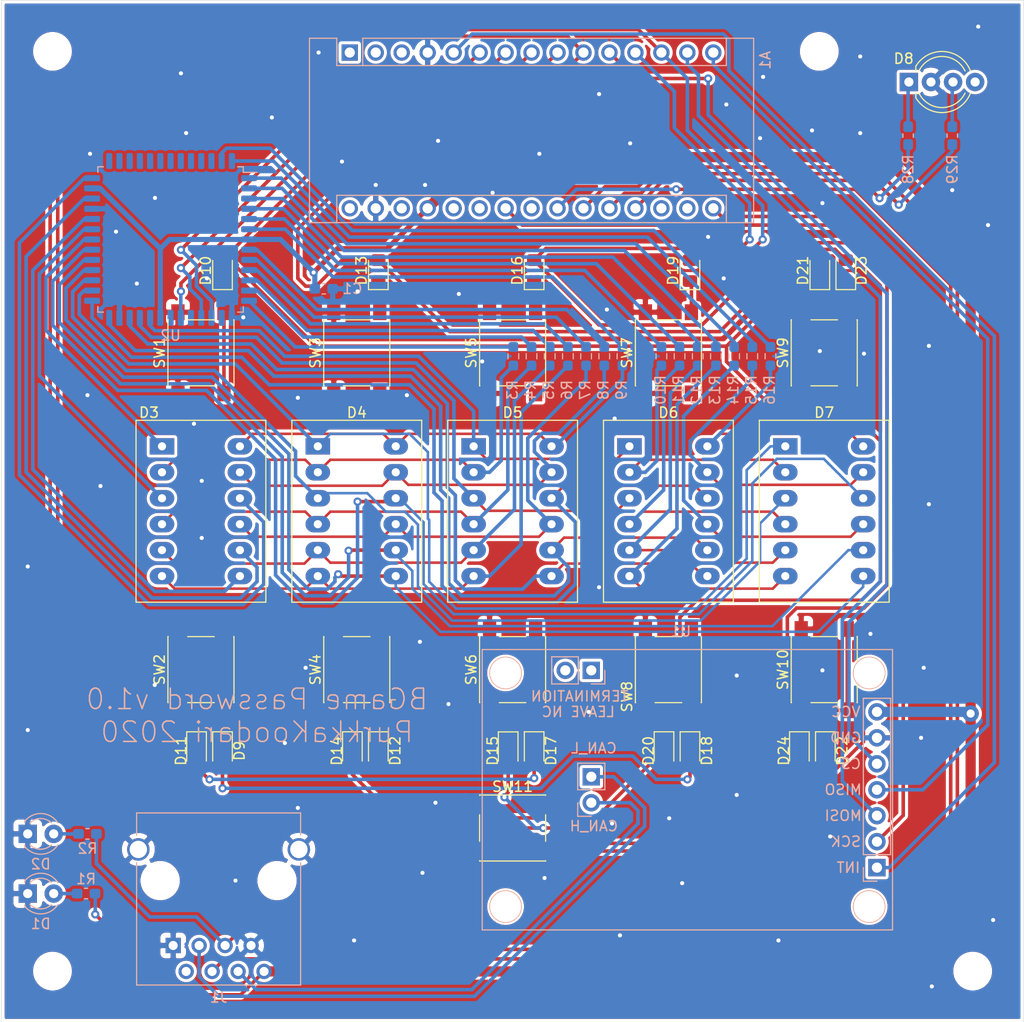
<source format=kicad_pcb>
(kicad_pcb (version 20171130) (host pcbnew 5.1.8+dfsg1-1)
  (layers (0 F.Cu signal) (31 B.Cu signal) (34 B.Paste user) (35 F.Paste user) (36 B.SilkS user) (37 F.SilkS user) (38 B.Mask user) (39 F.Mask user) (44 Edge.Cuts user))
  (net 0 "")
  (net 1 "Net-(D1-Pad2)")
  (net 2 "Net-(D13-Pad1)")
  (net 3 "Net-(D2-Pad2)")
  (net 4 "Net-(D12-Pad1)")
  (net 5 "Net-(D10-Pad1)")
  (net 6 "Net-(D21-Pad1)")
  (net 7 "Net-(D22-Pad1)")
  (net 8 VCC)
  (net 9 SCK)
  (net 10 MISO)
  (net 11 "Net-(A1-Pad30)")
  (net 12 MOSI)
  (net 13 GND)
  (net 14 D10)
  (net 15 "Net-(A1-Pad28)")
  (net 16 D9)
  (net 17 "Net-(A1-Pad11)")
  (net 18 A7)
  (net 19 D7)
  (net 20 A6)
  (net 21 D6)
  (net 22 A5_SCL)
  (net 23 D5)
  (net 24 A4_SDA)
  (net 25 D4)
  (net 26 MODULE_ENABLE)
  (net 27 D3)
  (net 28 MODULE_READY)
  (net 29 "Net-(A1-Pad5)")
  (net 30 A1)
  (net 31 A0)
  (net 32 "Net-(A1-Pad3)")
  (net 33 "Net-(A1-Pad18)")
  (net 34 "Net-(A1-Pad2)")
  (net 35 "Net-(A1-Pad17)")
  (net 36 "Net-(A1-Pad1)")
  (net 37 "Net-(D8-Pad3)")
  (net 38 "Net-(D8-Pad1)")
  (net 39 "Net-(D11-Pad1)")
  (net 40 "Net-(D15-Pad1)")
  (net 41 "Net-(D16-Pad1)")
  (net 42 "Net-(D18-Pad1)")
  (net 43 "Net-(D19-Pad1)")
  (net 44 "Net-(J1-Pad3)")
  (net 45 +12V)
  (net 46 "Net-(J1-Pad6)")
  (net 47 "Net-(U1-PadJ1_1)")
  (net 48 "Net-(U1-PadJ1_2)")
  (net 49 "Net-(U2-Pad20)")
  (net 50 "Net-(U2-Pad18)")
  (net 51 "Net-(U2-Pad15)")
  (net 52 "Net-(D8-Pad4)")
  (net 53 "Net-(U2-Pad50)")
  (net 54 "Net-(U2-Pad49)")
  (net 55 "Net-(U2-Pad48)")
  (net 56 "Net-(U2-Pad47)")
  (net 57 "Net-(U2-Pad46)")
  (net 58 "Net-(U2-Pad45)")
  (net 59 "Net-(U2-Pad44)")
  (net 60 "Net-(U2-Pad43)")
  (net 61 "Net-(U2-Pad42)")
  (net 62 "Net-(U2-Pad41)")
  (net 63 "Net-(U2-Pad40)")
  (net 64 /COL1)
  (net 65 /COL4)
  (net 66 /ROW3L)
  (net 67 /COL5)
  (net 68 /COL2)
  (net 69 /ROW4L)
  (net 70 /ROW5L)
  (net 71 /COL3)
  (net 72 /ROW6L)
  (net 73 /ROW2L)
  (net 74 /ROW7L)
  (net 75 /ROW1L)
  (net 76 /COL6)
  (net 77 /COL9)
  (net 78 /COL10)
  (net 79 /COL7)
  (net 80 /COL8)
  (net 81 /COL11)
  (net 82 /COL14)
  (net 83 /COL15)
  (net 84 /COL12)
  (net 85 /COL13)
  (net 86 /ROW3R)
  (net 87 /ROW4R)
  (net 88 /ROW5R)
  (net 89 /ROW6R)
  (net 90 /ROW2R)
  (net 91 /ROW7R)
  (net 92 /ROW1R)
  (net 93 "Net-(R3-Pad2)")
  (net 94 "Net-(R4-Pad2)")
  (net 95 "Net-(R5-Pad2)")
  (net 96 "Net-(R6-Pad2)")
  (net 97 "Net-(R7-Pad2)")
  (net 98 "Net-(R8-Pad2)")
  (net 99 "Net-(R9-Pad2)")
  (net 100 "Net-(R10-Pad2)")
  (net 101 "Net-(R11-Pad2)")
  (net 102 "Net-(R12-Pad2)")
  (net 103 "Net-(R13-Pad2)")
  (net 104 "Net-(R14-Pad2)")
  (net 105 "Net-(R15-Pad2)")
  (net 106 "Net-(R16-Pad2)")
  (module RJ45_5224:RJ45_5224 (layer B.Cu) (at 66.802 142.494)
    (fp_text reference J1 (at 4.445 5.08) (layer B.SilkS) (effects (justify mirror)))
    (fp_text value RJ45_Shielded)
    (pad 1 thru_hole rect (at 0 0) (size 1.5 1.5) (drill 0.89) (layers *.Cu *.Mask) (net 13 GND))
    (pad 3 thru_hole circle (at 2.54 0) (size 1.5 1.5) (drill 0.89) (layers *.Cu *.Mask) (net 44 "Net-(J1-Pad3)"))
    (pad 5 thru_hole circle (at 5.08 0) (size 1.5 1.5) (drill 0.89) (layers *.Cu *.Mask) (net 26 MODULE_ENABLE))
    (pad 7 thru_hole circle (at 7.62 0) (size 1.5 1.5) (drill 0.89) (layers *.Cu *.Mask) (net 13 GND))
    (pad 2 thru_hole circle (at 1.27 2.54) (size 1.5 1.5) (drill 0.89) (layers *.Cu *.Mask) (net 45 +12V))
    (pad 4 thru_hole circle (at 3.81 2.54) (size 1.5 1.5) (drill 0.89) (layers *.Cu *.Mask) (net 28 MODULE_READY))
    (pad 6 thru_hole circle (at 6.35 2.54) (size 1.5 1.5) (drill 0.89) (layers *.Cu *.Mask) (net 46 "Net-(J1-Pad6)"))
    (pad 8 thru_hole circle (at 8.89 2.54) (size 1.5 1.5) (drill 0.89) (layers *.Cu *.Mask) (net 8 VCC))
    (pad "" np_thru_hole circle (at -1.27 -6.35) (size 3.25 3.25) (drill 3.25) (layers *.Cu *.Mask))
    (pad "" np_thru_hole circle (at 10.16 -6.35) (size 3.25 3.25) (drill 3.25) (layers *.Cu *.Mask))
    (pad SH thru_hole circle (at 12.295 -9.4) (size 2.2 2.2) (drill 1.7) (layers *.Cu *.Mask) (net 13 GND))
    (pad SH thru_hole circle (at -3.405 -9.4) (size 2.2 2.2) (drill 1.7) (layers *.Cu *.Mask) (net 13 GND))
  )
  (module Module:Arduino_Nano (layer B.Cu) (at 84.074 55.118 270)
    (fp_text reference A1 (at 0.762 -40.64 90) (layer B.SilkS) (effects (justify mirror)))
    (fp_text value Arduino_Nano_v3.x)
    (pad 16 thru_hole oval (at 15.24 -35.56 270) (size 1.6 1.6) (drill 1) (layers *.Cu *.Mask) (net 9 SCK))
    (pad 15 thru_hole oval (at 0 -35.56 270) (size 1.6 1.6) (drill 1) (layers *.Cu *.Mask) (net 10 MISO))
    (pad 30 thru_hole oval (at 15.24 0 270) (size 1.6 1.6) (drill 1) (layers *.Cu *.Mask) (net 11 "Net-(A1-Pad30)"))
    (pad 14 thru_hole oval (at 0 -33.02 270) (size 1.6 1.6) (drill 1) (layers *.Cu *.Mask) (net 12 MOSI))
    (pad 29 thru_hole oval (at 15.24 -2.54 270) (size 1.6 1.6) (drill 1) (layers *.Cu *.Mask) (net 13 GND))
    (pad 13 thru_hole oval (at 0 -30.48 270) (size 1.6 1.6) (drill 1) (layers *.Cu *.Mask) (net 14 D10))
    (pad 28 thru_hole oval (at 15.24 -5.08 270) (size 1.6 1.6) (drill 1) (layers *.Cu *.Mask) (net 15 "Net-(A1-Pad28)"))
    (pad 12 thru_hole oval (at 0 -27.94 270) (size 1.6 1.6) (drill 1) (layers *.Cu *.Mask) (net 16 D9))
    (pad 27 thru_hole oval (at 15.24 -7.62 270) (size 1.6 1.6) (drill 1) (layers *.Cu *.Mask) (net 8 VCC))
    (pad 11 thru_hole oval (at 0 -25.4 270) (size 1.6 1.6) (drill 1) (layers *.Cu *.Mask) (net 17 "Net-(A1-Pad11)"))
    (pad 26 thru_hole oval (at 15.24 -10.16 270) (size 1.6 1.6) (drill 1) (layers *.Cu *.Mask) (net 18 A7))
    (pad 10 thru_hole oval (at 0 -22.86 270) (size 1.6 1.6) (drill 1) (layers *.Cu *.Mask) (net 19 D7))
    (pad 25 thru_hole oval (at 15.24 -12.7 270) (size 1.6 1.6) (drill 1) (layers *.Cu *.Mask) (net 20 A6))
    (pad 9 thru_hole oval (at 0 -20.32 270) (size 1.6 1.6) (drill 1) (layers *.Cu *.Mask) (net 21 D6))
    (pad 24 thru_hole oval (at 15.24 -15.24 270) (size 1.6 1.6) (drill 1) (layers *.Cu *.Mask) (net 22 A5_SCL))
    (pad 8 thru_hole oval (at 0 -17.78 270) (size 1.6 1.6) (drill 1) (layers *.Cu *.Mask) (net 23 D5))
    (pad 23 thru_hole oval (at 15.24 -17.78 270) (size 1.6 1.6) (drill 1) (layers *.Cu *.Mask) (net 24 A4_SDA))
    (pad 7 thru_hole oval (at 0 -15.24 270) (size 1.6 1.6) (drill 1) (layers *.Cu *.Mask) (net 25 D4))
    (pad 22 thru_hole oval (at 15.24 -20.32 270) (size 1.6 1.6) (drill 1) (layers *.Cu *.Mask) (net 26 MODULE_ENABLE))
    (pad 6 thru_hole oval (at 0 -12.7 270) (size 1.6 1.6) (drill 1) (layers *.Cu *.Mask) (net 27 D3))
    (pad 21 thru_hole oval (at 15.24 -22.86 270) (size 1.6 1.6) (drill 1) (layers *.Cu *.Mask) (net 28 MODULE_READY))
    (pad 5 thru_hole oval (at 0 -10.16 270) (size 1.6 1.6) (drill 1) (layers *.Cu *.Mask) (net 29 "Net-(A1-Pad5)"))
    (pad 20 thru_hole oval (at 15.24 -25.4 270) (size 1.6 1.6) (drill 1) (layers *.Cu *.Mask) (net 30 A1))
    (pad 4 thru_hole oval (at 0 -7.62 270) (size 1.6 1.6) (drill 1) (layers *.Cu *.Mask) (net 13 GND))
    (pad 19 thru_hole oval (at 15.24 -27.94 270) (size 1.6 1.6) (drill 1) (layers *.Cu *.Mask) (net 31 A0))
    (pad 3 thru_hole oval (at 0 -5.08 270) (size 1.6 1.6) (drill 1) (layers *.Cu *.Mask) (net 32 "Net-(A1-Pad3)"))
    (pad 18 thru_hole oval (at 15.24 -30.48 270) (size 1.6 1.6) (drill 1) (layers *.Cu *.Mask) (net 33 "Net-(A1-Pad18)"))
    (pad 2 thru_hole oval (at 0 -2.54 270) (size 1.6 1.6) (drill 1) (layers *.Cu *.Mask) (net 34 "Net-(A1-Pad2)"))
    (pad 17 thru_hole oval (at 15.24 -33.02 270) (size 1.6 1.6) (drill 1) (layers *.Cu *.Mask) (net 35 "Net-(A1-Pad17)"))
    (pad 1 thru_hole rect (at 0 0 270) (size 1.6 1.6) (drill 1) (layers *.Cu *.Mask) (net 36 "Net-(A1-Pad1)"))
  )
  (module Button_Switch_SMD:SW_Push_1P1T_NO_6x6mm_H9.5mm (layer F.Cu) (at 130.48 84.5 90)
    (fp_text reference SW9 (at 0 -4.05 90) (layer F.SilkS))
    (fp_text value SW_DIP_x01)
    (pad 2 smd rect (at 3.975 2.25 90) (size 1.55 1.3) (layers F.Cu F.Paste F.Mask) (net 6 "Net-(D21-Pad1)"))
    (pad 1 smd rect (at 3.975 -2.25 90) (size 1.55 1.3) (layers F.Cu F.Paste F.Mask) (net 13 GND))
    (pad 1 smd rect (at -3.975 -2.25 90) (size 1.55 1.3) (layers F.Cu F.Paste F.Mask) (net 13 GND))
    (pad 2 smd rect (at -3.975 2.25 90) (size 1.55 1.3) (layers F.Cu F.Paste F.Mask) (net 6 "Net-(D21-Pad1)"))
  )
  (module ProjectDisplays:LMD07057BAG (layer F.Cu) (at 80.95 93.65)
    (fp_text reference D4 (at 3.81 -3.302) (layer F.SilkS))
    (fp_text value LMD07057BAG)
    (pad 1 thru_hole rect (at 0 0) (size 2.4 1.6) (drill 0.8) (layers *.Cu *.Mask) (net 76 /COL6))
    (pad 7 thru_hole oval (at 7.62 12.7) (size 2.4 1.6) (drill 0.8) (layers *.Cu *.Mask) (net 77 /COL9))
    (pad 2 thru_hole oval (at 0 2.54) (size 2.4 1.6) (drill 0.8) (layers *.Cu *.Mask) (net 66 /ROW3L))
    (pad 8 thru_hole oval (at 7.62 10.16) (size 2.4 1.6) (drill 0.8) (layers *.Cu *.Mask) (net 78 /COL10))
    (pad 3 thru_hole oval (at 0 5.08) (size 2.4 1.6) (drill 0.8) (layers *.Cu *.Mask) (net 79 /COL7))
    (pad 9 thru_hole oval (at 7.62 7.62) (size 2.4 1.6) (drill 0.8) (layers *.Cu *.Mask) (net 69 /ROW4L))
    (pad 4 thru_hole oval (at 0 7.62) (size 2.4 1.6) (drill 0.8) (layers *.Cu *.Mask) (net 70 /ROW5L))
    (pad 10 thru_hole oval (at 7.62 5.08) (size 2.4 1.6) (drill 0.8) (layers *.Cu *.Mask) (net 80 /COL8))
    (pad 5 thru_hole oval (at 0 10.16) (size 2.4 1.6) (drill 0.8) (layers *.Cu *.Mask) (net 72 /ROW6L))
    (pad 11 thru_hole oval (at 7.62 2.54) (size 2.4 1.6) (drill 0.8) (layers *.Cu *.Mask) (net 73 /ROW2L))
    (pad 6 thru_hole oval (at 0 12.7) (size 2.4 1.6) (drill 0.8) (layers *.Cu *.Mask) (net 74 /ROW7L))
    (pad 12 thru_hole oval (at 7.62 0) (size 2.4 1.6) (drill 0.8) (layers *.Cu *.Mask) (net 75 /ROW1L))
  )
  (module ProjectDisplays:LMD07057BAG (layer F.Cu) (at 96.19 93.65)
    (fp_text reference D5 (at 3.81 -3.302) (layer F.SilkS))
    (fp_text value LMD07057BAG)
    (pad 1 thru_hole rect (at 0 0) (size 2.4 1.6) (drill 0.8) (layers *.Cu *.Mask) (net 81 /COL11))
    (pad 7 thru_hole oval (at 7.62 12.7) (size 2.4 1.6) (drill 0.8) (layers *.Cu *.Mask) (net 82 /COL14))
    (pad 2 thru_hole oval (at 0 2.54) (size 2.4 1.6) (drill 0.8) (layers *.Cu *.Mask) (net 66 /ROW3L))
    (pad 8 thru_hole oval (at 7.62 10.16) (size 2.4 1.6) (drill 0.8) (layers *.Cu *.Mask) (net 83 /COL15))
    (pad 3 thru_hole oval (at 0 5.08) (size 2.4 1.6) (drill 0.8) (layers *.Cu *.Mask) (net 84 /COL12))
    (pad 9 thru_hole oval (at 7.62 7.62) (size 2.4 1.6) (drill 0.8) (layers *.Cu *.Mask) (net 69 /ROW4L))
    (pad 4 thru_hole oval (at 0 7.62) (size 2.4 1.6) (drill 0.8) (layers *.Cu *.Mask) (net 70 /ROW5L))
    (pad 10 thru_hole oval (at 7.62 5.08) (size 2.4 1.6) (drill 0.8) (layers *.Cu *.Mask) (net 85 /COL13))
    (pad 5 thru_hole oval (at 0 10.16) (size 2.4 1.6) (drill 0.8) (layers *.Cu *.Mask) (net 72 /ROW6L))
    (pad 11 thru_hole oval (at 7.62 2.54) (size 2.4 1.6) (drill 0.8) (layers *.Cu *.Mask) (net 73 /ROW2L))
    (pad 6 thru_hole oval (at 0 12.7) (size 2.4 1.6) (drill 0.8) (layers *.Cu *.Mask) (net 74 /ROW7L))
    (pad 12 thru_hole oval (at 7.62 0) (size 2.4 1.6) (drill 0.8) (layers *.Cu *.Mask) (net 75 /ROW1L))
  )
  (module Resistor_SMD:R_0603_1608Metric_Pad0.98x0.95mm_HandSolder (layer B.Cu) (at 100.076 84.836 90)
    (fp_text reference R3 (at -3.302 -0.094 90) (layer B.SilkS) (effects (justify mirror)))
    (fp_text value 82R)
    (pad 2 smd roundrect (at 0.9125 0 90) (size 0.975 0.95) (layers B.Cu B.Paste B.Mask) (net 93 "Net-(R3-Pad2)"))
    (pad 1 smd roundrect (at -0.9125 0 90) (size 0.975 0.95) (layers B.Cu B.Paste B.Mask) (net 66 /ROW3L))
  )
  (module Package_QFP:LQFP-52_14x14mm_P1mm (layer B.Cu) (at 66.548 73.406 180)
    (fp_text reference U2 (at 0 -9.398) (layer B.SilkS) (effects (justify mirror)))
    (fp_text value HT1632C-52LQFP)
    (pad 52 smd roundrect (at -6 7.675 180) (size 0.6 1.55) (layers B.Cu B.Paste B.Mask) (net 105 "Net-(R15-Pad2)"))
    (pad 51 smd roundrect (at -5 7.675 180) (size 0.6 1.55) (layers B.Cu B.Paste B.Mask) (net 106 "Net-(R16-Pad2)"))
    (pad 50 smd roundrect (at -4 7.675 180) (size 0.6 1.55) (layers B.Cu B.Paste B.Mask) (net 53 "Net-(U2-Pad50)"))
    (pad 49 smd roundrect (at -3 7.675 180) (size 0.6 1.55) (layers B.Cu B.Paste B.Mask) (net 54 "Net-(U2-Pad49)"))
    (pad 48 smd roundrect (at -2 7.675 180) (size 0.6 1.55) (layers B.Cu B.Paste B.Mask) (net 55 "Net-(U2-Pad48)"))
    (pad 47 smd roundrect (at -1 7.675 180) (size 0.6 1.55) (layers B.Cu B.Paste B.Mask) (net 56 "Net-(U2-Pad47)"))
    (pad 46 smd roundrect (at 0 7.675 180) (size 0.6 1.55) (layers B.Cu B.Paste B.Mask) (net 57 "Net-(U2-Pad46)"))
    (pad 45 smd roundrect (at 1 7.675 180) (size 0.6 1.55) (layers B.Cu B.Paste B.Mask) (net 58 "Net-(U2-Pad45)"))
    (pad 44 smd roundrect (at 2 7.675 180) (size 0.6 1.55) (layers B.Cu B.Paste B.Mask) (net 59 "Net-(U2-Pad44)"))
    (pad 43 smd roundrect (at 3 7.675 180) (size 0.6 1.55) (layers B.Cu B.Paste B.Mask) (net 60 "Net-(U2-Pad43)"))
    (pad 42 smd roundrect (at 4 7.675 180) (size 0.6 1.55) (layers B.Cu B.Paste B.Mask) (net 61 "Net-(U2-Pad42)"))
    (pad 41 smd roundrect (at 5 7.675 180) (size 0.6 1.55) (layers B.Cu B.Paste B.Mask) (net 62 "Net-(U2-Pad41)"))
    (pad 40 smd roundrect (at 6 7.675 180) (size 0.6 1.55) (layers B.Cu B.Paste B.Mask) (net 63 "Net-(U2-Pad40)"))
    (pad 39 smd roundrect (at 7.675 6 180) (size 1.55 0.6) (layers B.Cu B.Paste B.Mask) (net 71 /COL3))
    (pad 38 smd roundrect (at 7.675 5 180) (size 1.55 0.6) (layers B.Cu B.Paste B.Mask) (net 8 VCC))
    (pad 37 smd roundrect (at 7.675 4 180) (size 1.55 0.6) (layers B.Cu B.Paste B.Mask) (net 67 /COL5))
    (pad 36 smd roundrect (at 7.675 3 180) (size 1.55 0.6) (layers B.Cu B.Paste B.Mask) (net 13 GND))
    (pad 35 smd roundrect (at 7.675 2 180) (size 1.55 0.6) (layers B.Cu B.Paste B.Mask) (net 65 /COL4))
    (pad 34 smd roundrect (at 7.675 1 180) (size 1.55 0.6) (layers B.Cu B.Paste B.Mask) (net 68 /COL2))
    (pad 33 smd roundrect (at 7.675 0 180) (size 1.55 0.6) (layers B.Cu B.Paste B.Mask) (net 64 /COL1))
    (pad 32 smd roundrect (at 7.675 -1 180) (size 1.55 0.6) (layers B.Cu B.Paste B.Mask) (net 80 /COL8))
    (pad 31 smd roundrect (at 7.675 -2 180) (size 1.55 0.6) (layers B.Cu B.Paste B.Mask) (net 78 /COL10))
    (pad 30 smd roundrect (at 7.675 -3 180) (size 1.55 0.6) (layers B.Cu B.Paste B.Mask) (net 77 /COL9))
    (pad 29 smd roundrect (at 7.675 -4 180) (size 1.55 0.6) (layers B.Cu B.Paste B.Mask) (net 79 /COL7))
    (pad 28 smd roundrect (at 7.675 -5 180) (size 1.55 0.6) (layers B.Cu B.Paste B.Mask) (net 76 /COL6))
    (pad 27 smd roundrect (at 7.675 -6 180) (size 1.55 0.6) (layers B.Cu B.Paste B.Mask) (net 85 /COL13))
    (pad 26 smd roundrect (at 6 -7.675 180) (size 0.6 1.55) (layers B.Cu B.Paste B.Mask) (net 83 /COL15))
    (pad 25 smd roundrect (at 5 -7.675 180) (size 0.6 1.55) (layers B.Cu B.Paste B.Mask) (net 13 GND))
    (pad 24 smd roundrect (at 4 -7.675 180) (size 0.6 1.55) (layers B.Cu B.Paste B.Mask) (net 82 /COL14))
    (pad 23 smd roundrect (at 3 -7.675 180) (size 0.6 1.55) (layers B.Cu B.Paste B.Mask) (net 84 /COL12))
    (pad 22 smd roundrect (at 2 -7.675 180) (size 0.6 1.55) (layers B.Cu B.Paste B.Mask) (net 81 /COL11))
    (pad 21 smd roundrect (at 1 -7.675 180) (size 0.6 1.55) (layers B.Cu B.Paste B.Mask) (net 8 VCC))
    (pad 20 smd roundrect (at 0 -7.675 180) (size 0.6 1.55) (layers B.Cu B.Paste B.Mask) (net 49 "Net-(U2-Pad20)"))
    (pad 19 smd roundrect (at -1 -7.675 180) (size 0.6 1.55) (layers B.Cu B.Paste B.Mask) (net 23 D5))
    (pad 18 smd roundrect (at -2 -7.675 180) (size 0.6 1.55) (layers B.Cu B.Paste B.Mask) (net 50 "Net-(U2-Pad18)"))
    (pad 17 smd roundrect (at -3 -7.675 180) (size 0.6 1.55) (layers B.Cu B.Paste B.Mask) (net 25 D4))
    (pad 16 smd roundrect (at -4 -7.675 180) (size 0.6 1.55) (layers B.Cu B.Paste B.Mask) (net 27 D3))
    (pad 15 smd roundrect (at -5 -7.675 180) (size 0.6 1.55) (layers B.Cu B.Paste B.Mask) (net 51 "Net-(U2-Pad15)"))
    (pad 14 smd roundrect (at -6 -7.675 180) (size 0.6 1.55) (layers B.Cu B.Paste B.Mask) (net 13 GND))
    (pad 13 smd roundrect (at -7.675 -6 180) (size 1.55 0.6) (layers B.Cu B.Paste B.Mask) (net 93 "Net-(R3-Pad2)"))
    (pad 12 smd roundrect (at -7.675 -5 180) (size 1.55 0.6) (layers B.Cu B.Paste B.Mask) (net 94 "Net-(R4-Pad2)"))
    (pad 11 smd roundrect (at -7.675 -4 180) (size 1.55 0.6) (layers B.Cu B.Paste B.Mask) (net 95 "Net-(R5-Pad2)"))
    (pad 10 smd roundrect (at -7.675 -3 180) (size 1.55 0.6) (layers B.Cu B.Paste B.Mask) (net 96 "Net-(R6-Pad2)"))
    (pad 9 smd roundrect (at -7.675 -2 180) (size 1.55 0.6) (layers B.Cu B.Paste B.Mask) (net 97 "Net-(R7-Pad2)"))
    (pad 8 smd roundrect (at -7.675 -1 180) (size 1.55 0.6) (layers B.Cu B.Paste B.Mask) (net 98 "Net-(R8-Pad2)"))
    (pad 7 smd roundrect (at -7.675 0 180) (size 1.55 0.6) (layers B.Cu B.Paste B.Mask) (net 8 VCC))
    (pad 6 smd roundrect (at -7.675 1 180) (size 1.55 0.6) (layers B.Cu B.Paste B.Mask) (net 99 "Net-(R9-Pad2)"))
    (pad 5 smd roundrect (at -7.675 2 180) (size 1.55 0.6) (layers B.Cu B.Paste B.Mask) (net 100 "Net-(R10-Pad2)"))
    (pad 4 smd roundrect (at -7.675 3 180) (size 1.55 0.6) (layers B.Cu B.Paste B.Mask) (net 101 "Net-(R11-Pad2)"))
    (pad 3 smd roundrect (at -7.675 4 180) (size 1.55 0.6) (layers B.Cu B.Paste B.Mask) (net 102 "Net-(R12-Pad2)"))
    (pad 2 smd roundrect (at -7.675 5 180) (size 1.55 0.6) (layers B.Cu B.Paste B.Mask) (net 103 "Net-(R13-Pad2)"))
    (pad 1 smd roundrect (at -7.675 6 180) (size 1.55 0.6) (layers B.Cu B.Paste B.Mask) (net 104 "Net-(R14-Pad2)"))
  )
  (module WAVGAT_CAN:WAVGAT_CAN (layer B.Cu) (at 127 110.49 180)
    (fp_text reference U1 (at 10.541 -1.27) (layer B.SilkS) (effects (justify mirror)))
    (fp_text value WAVGAT_CAN)
    (fp_text user "LEAVE NC" (at 20.574 -9.144) (layer B.SilkS) (effects (justify mirror)))
    (fp_text user INT (at -5.842 -24.384) (layer B.SilkS) (effects (justify mirror)))
    (fp_text user SCK (at -5.588 -21.844) (layer B.SilkS) (effects (justify mirror)))
    (fp_text user MOSI (at -5.334 -19.304) (layer B.SilkS) (effects (justify mirror)))
    (fp_text user MISO (at -5.334 -16.764) (layer B.SilkS) (effects (justify mirror)))
    (fp_text user CS (at -6.096 -14.224) (layer B.SilkS) (effects (justify mirror)))
    (fp_text user GND (at -5.588 -11.684) (layer B.SilkS) (effects (justify mirror)))
    (fp_text user VCC (at -5.588 -9.144) (layer B.SilkS) (effects (justify mirror)))
    (fp_text user CAN_L (at 19.05 -12.7) (layer B.SilkS) (effects (justify mirror)))
    (fp_text user CAN_H (at 19.05 -20.32) (layer B.SilkS) (effects (justify mirror)))
    (fp_text user TERMINATION (at 20.447 -7.62) (layer B.SilkS) (effects (justify mirror)))
    (pad "" np_thru_hole circle (at -7.874 -28.194 180) (size 3 3) (drill 3) (layers *.Cu *.Mask))
    (pad "" np_thru_hole circle (at 27.686 -5.334 180) (size 3 3) (drill 3) (layers *.Cu *.Mask))
    (pad "" np_thru_hole circle (at 27.686 -28.194 180) (size 3 3) (drill 3) (layers *.Cu *.Mask))
    (pad "" np_thru_hole circle (at -7.874 -5.334 180) (size 3 3) (drill 3) (layers *.Cu *.Mask))
    (pad J1_1 thru_hole rect (at 19.304 -5.08 90) (size 1.7 1.7) (drill 1) (layers *.Cu *.Mask) (net 47 "Net-(U1-PadJ1_1)"))
    (pad J1_2 thru_hole oval (at 21.844 -5.08 90) (size 1.7 1.7) (drill 1) (layers *.Cu *.Mask) (net 48 "Net-(U1-PadJ1_2)"))
    (pad J3_2 thru_hole oval (at 19.304 -18.034) (size 1.7 1.7) (drill 1) (layers *.Cu *.Mask) (net 46 "Net-(J1-Pad6)"))
    (pad J3_1 thru_hole rect (at 19.304 -15.494) (size 1.7 1.7) (drill 1) (layers *.Cu *.Mask) (net 44 "Net-(J1-Pad3)"))
    (pad J4_2 thru_hole oval (at -8.636 -21.844) (size 1.7 1.7) (drill 1) (layers *.Cu *.Mask) (net 9 SCK))
    (pad J4_3 thru_hole oval (at -8.636 -19.304) (size 1.7 1.7) (drill 1) (layers *.Cu *.Mask) (net 12 MOSI))
    (pad J4_4 thru_hole oval (at -8.636 -16.764) (size 1.7 1.7) (drill 1) (layers *.Cu *.Mask) (net 10 MISO))
    (pad J4_5 thru_hole oval (at -8.636 -14.224) (size 1.7 1.7) (drill 1) (layers *.Cu *.Mask) (net 17 "Net-(A1-Pad11)"))
    (pad J4_7 thru_hole oval (at -8.636 -9.144) (size 1.7 1.7) (drill 1) (layers *.Cu *.Mask) (net 8 VCC))
    (pad J4_1 thru_hole rect (at -8.636 -24.384) (size 1.7 1.7) (drill 1) (layers *.Cu *.Mask) (net 29 "Net-(A1-Pad5)"))
    (pad J4_6 thru_hole oval (at -8.636 -11.684) (size 1.7 1.7) (drill 1) (layers *.Cu *.Mask) (net 13 GND))
  )
  (module Resistor_SMD:R_0603_1608Metric_Pad0.98x0.95mm_HandSolder (layer B.Cu) (at 118.11 84.836 90)
    (fp_text reference R12 (at -3.302 -0.094 90) (layer B.SilkS) (effects (justify mirror)))
    (fp_text value 82R)
    (pad 2 smd roundrect (at 0.9125 0 90) (size 0.975 0.95) (layers B.Cu B.Paste B.Mask) (net 102 "Net-(R12-Pad2)"))
    (pad 1 smd roundrect (at -0.9125 0 90) (size 0.975 0.95) (layers B.Cu B.Paste B.Mask) (net 89 /ROW6R))
  )
  (module Resistor_SMD:R_0603_1608Metric_Pad0.98x0.95mm_HandSolder (layer B.Cu) (at 103.632 84.836 90)
    (fp_text reference R5 (at -3.302 -0.094 90) (layer B.SilkS) (effects (justify mirror)))
    (fp_text value 82R)
    (pad 2 smd roundrect (at 0.9125 0 90) (size 0.975 0.95) (layers B.Cu B.Paste B.Mask) (net 95 "Net-(R5-Pad2)"))
    (pad 1 smd roundrect (at -0.9125 0 90) (size 0.975 0.95) (layers B.Cu B.Paste B.Mask) (net 72 /ROW6L))
  )
  (module Resistor_SMD:R_0603_1608Metric_Pad0.98x0.95mm_HandSolder (layer B.Cu) (at 108.966 84.836 90)
    (fp_text reference R8 (at -3.302 -0.094 90) (layer B.SilkS) (effects (justify mirror)))
    (fp_text value 82R)
    (pad 2 smd roundrect (at 0.9125 0 90) (size 0.975 0.95) (layers B.Cu B.Paste B.Mask) (net 98 "Net-(R8-Pad2)"))
    (pad 1 smd roundrect (at -0.9125 0 90) (size 0.975 0.95) (layers B.Cu B.Paste B.Mask) (net 73 /ROW2L))
  )
  (module Resistor_SMD:R_0603_1608Metric_Pad0.98x0.95mm_HandSolder (layer B.Cu) (at 107.188 84.836 90)
    (fp_text reference R7 (at -3.302 -0.094 90) (layer B.SilkS) (effects (justify mirror)))
    (fp_text value 82R)
    (pad 2 smd roundrect (at 0.9125 0 90) (size 0.975 0.95) (layers B.Cu B.Paste B.Mask) (net 97 "Net-(R7-Pad2)"))
    (pad 1 smd roundrect (at -0.9125 0 90) (size 0.975 0.95) (layers B.Cu B.Paste B.Mask) (net 69 /ROW4L))
  )
  (module Resistor_SMD:R_0603_1608Metric_Pad0.98x0.95mm_HandSolder (layer B.Cu) (at 119.888 84.836 90)
    (fp_text reference R13 (at -3.302 -0.094 90) (layer B.SilkS) (effects (justify mirror)))
    (fp_text value 82R)
    (pad 2 smd roundrect (at 0.9125 0 90) (size 0.975 0.95) (layers B.Cu B.Paste B.Mask) (net 103 "Net-(R13-Pad2)"))
    (pad 1 smd roundrect (at -0.9125 0 90) (size 0.975 0.95) (layers B.Cu B.Paste B.Mask) (net 91 /ROW7R))
  )
  (module Resistor_SMD:R_0603_1608Metric_Pad0.98x0.95mm_HandSolder (layer B.Cu) (at 110.744 84.836 90)
    (fp_text reference R9 (at -3.302 -0.094 90) (layer B.SilkS) (effects (justify mirror)))
    (fp_text value 82R)
    (pad 2 smd roundrect (at 0.9125 0 90) (size 0.975 0.95) (layers B.Cu B.Paste B.Mask) (net 99 "Net-(R9-Pad2)"))
    (pad 1 smd roundrect (at -0.9125 0 90) (size 0.975 0.95) (layers B.Cu B.Paste B.Mask) (net 75 /ROW1L))
  )
  (module Resistor_SMD:R_0603_1608Metric_Pad0.98x0.95mm_HandSolder (layer B.Cu) (at 125.222 84.836 90)
    (fp_text reference R16 (at -3.302 -0.094 90) (layer B.SilkS) (effects (justify mirror)))
    (fp_text value 82R)
    (pad 2 smd roundrect (at 0.9125 0 90) (size 0.975 0.95) (layers B.Cu B.Paste B.Mask) (net 106 "Net-(R16-Pad2)"))
    (pad 1 smd roundrect (at -0.9125 0 90) (size 0.975 0.95) (layers B.Cu B.Paste B.Mask) (net 92 /ROW1R))
  )
  (module Resistor_SMD:R_0603_1608Metric_Pad0.98x0.95mm_HandSolder (layer B.Cu) (at 123.444 84.836 90)
    (fp_text reference R15 (at -3.302 -0.094 90) (layer B.SilkS) (effects (justify mirror)))
    (fp_text value 82R)
    (pad 2 smd roundrect (at 0.9125 0 90) (size 0.975 0.95) (layers B.Cu B.Paste B.Mask) (net 105 "Net-(R15-Pad2)"))
    (pad 1 smd roundrect (at -0.9125 0 90) (size 0.975 0.95) (layers B.Cu B.Paste B.Mask) (net 90 /ROW2R))
  )
  (module Resistor_SMD:R_0603_1608Metric_Pad0.98x0.95mm_HandSolder (layer B.Cu) (at 105.41 84.836 90)
    (fp_text reference R6 (at -3.302 -0.094 90) (layer B.SilkS) (effects (justify mirror)))
    (fp_text value 82R)
    (pad 2 smd roundrect (at 0.9125 0 90) (size 0.975 0.95) (layers B.Cu B.Paste B.Mask) (net 96 "Net-(R6-Pad2)"))
    (pad 1 smd roundrect (at -0.9125 0 90) (size 0.975 0.95) (layers B.Cu B.Paste B.Mask) (net 74 /ROW7L))
  )
  (module Resistor_SMD:R_0603_1608Metric_Pad0.98x0.95mm_HandSolder (layer B.Cu) (at 101.854 84.836 90)
    (fp_text reference R4 (at -3.302 -0.094 90) (layer B.SilkS) (effects (justify mirror)))
    (fp_text value 82R)
    (pad 2 smd roundrect (at 0.9125 0 90) (size 0.975 0.95) (layers B.Cu B.Paste B.Mask) (net 94 "Net-(R4-Pad2)"))
    (pad 1 smd roundrect (at -0.9125 0 90) (size 0.975 0.95) (layers B.Cu B.Paste B.Mask) (net 70 /ROW5L))
  )
  (module Resistor_SMD:R_0603_1608Metric_Pad0.98x0.95mm_HandSolder (layer B.Cu) (at 116.332 84.836 90)
    (fp_text reference R11 (at -3.302 -0.094 90) (layer B.SilkS) (effects (justify mirror)))
    (fp_text value 82R)
    (pad 2 smd roundrect (at 0.9125 0 90) (size 0.975 0.95) (layers B.Cu B.Paste B.Mask) (net 101 "Net-(R11-Pad2)"))
    (pad 1 smd roundrect (at -0.9125 0 90) (size 0.975 0.95) (layers B.Cu B.Paste B.Mask) (net 88 /ROW5R))
  )
  (module Resistor_SMD:R_0603_1608Metric_Pad0.98x0.95mm_HandSolder (layer B.Cu) (at 114.554 84.836 90)
    (fp_text reference R10 (at -3.302 -0.094 90) (layer B.SilkS) (effects (justify mirror)))
    (fp_text value 82R)
    (pad 2 smd roundrect (at 0.9125 0 90) (size 0.975 0.95) (layers B.Cu B.Paste B.Mask) (net 100 "Net-(R10-Pad2)"))
    (pad 1 smd roundrect (at -0.9125 0 90) (size 0.975 0.95) (layers B.Cu B.Paste B.Mask) (net 86 /ROW3R))
  )
  (module Resistor_SMD:R_0603_1608Metric_Pad0.98x0.95mm_HandSolder (layer B.Cu) (at 121.666 84.836 90)
    (fp_text reference R14 (at -3.302 -0.094 90) (layer B.SilkS) (effects (justify mirror)))
    (fp_text value 82R)
    (pad 2 smd roundrect (at 0.9125 0 90) (size 0.975 0.95) (layers B.Cu B.Paste B.Mask) (net 104 "Net-(R14-Pad2)"))
    (pad 1 smd roundrect (at -0.9125 0 90) (size 0.975 0.95) (layers B.Cu B.Paste B.Mask) (net 87 /ROW4R))
  )
  (module Button_Switch_SMD:SW_Push_1P1T_NO_6x6mm_H9.5mm (layer F.Cu) (at 100 131)
    (fp_text reference SW11 (at 0 -4.05) (layer F.SilkS))
    (fp_text value SW_DIP_x01)
    (pad 2 smd rect (at 3.975 2.25) (size 1.55 1.3) (layers F.Cu F.Paste F.Mask) (net 22 A5_SCL))
    (pad 1 smd rect (at 3.975 -2.25) (size 1.55 1.3) (layers F.Cu F.Paste F.Mask) (net 13 GND))
    (pad 1 smd rect (at -3.975 -2.25) (size 1.55 1.3) (layers F.Cu F.Paste F.Mask) (net 13 GND))
    (pad 2 smd rect (at -3.975 2.25) (size 1.55 1.3) (layers F.Cu F.Paste F.Mask) (net 22 A5_SCL))
  )
  (module ProjectDisplays:LMD07057BAG (layer F.Cu) (at 111.43 93.65)
    (fp_text reference D6 (at 3.81 -3.302) (layer F.SilkS))
    (fp_text value LMD07057BAG)
    (pad 1 thru_hole rect (at 0 0) (size 2.4 1.6) (drill 0.8) (layers *.Cu *.Mask) (net 81 /COL11))
    (pad 7 thru_hole oval (at 7.62 12.7) (size 2.4 1.6) (drill 0.8) (layers *.Cu *.Mask) (net 82 /COL14))
    (pad 2 thru_hole oval (at 0 2.54) (size 2.4 1.6) (drill 0.8) (layers *.Cu *.Mask) (net 86 /ROW3R))
    (pad 8 thru_hole oval (at 7.62 10.16) (size 2.4 1.6) (drill 0.8) (layers *.Cu *.Mask) (net 83 /COL15))
    (pad 3 thru_hole oval (at 0 5.08) (size 2.4 1.6) (drill 0.8) (layers *.Cu *.Mask) (net 84 /COL12))
    (pad 9 thru_hole oval (at 7.62 7.62) (size 2.4 1.6) (drill 0.8) (layers *.Cu *.Mask) (net 87 /ROW4R))
    (pad 4 thru_hole oval (at 0 7.62) (size 2.4 1.6) (drill 0.8) (layers *.Cu *.Mask) (net 88 /ROW5R))
    (pad 10 thru_hole oval (at 7.62 5.08) (size 2.4 1.6) (drill 0.8) (layers *.Cu *.Mask) (net 85 /COL13))
    (pad 5 thru_hole oval (at 0 10.16) (size 2.4 1.6) (drill 0.8) (layers *.Cu *.Mask) (net 89 /ROW6R))
    (pad 11 thru_hole oval (at 7.62 2.54) (size 2.4 1.6) (drill 0.8) (layers *.Cu *.Mask) (net 90 /ROW2R))
    (pad 6 thru_hole oval (at 0 12.7) (size 2.4 1.6) (drill 0.8) (layers *.Cu *.Mask) (net 91 /ROW7R))
    (pad 12 thru_hole oval (at 7.62 0) (size 2.4 1.6) (drill 0.8) (layers *.Cu *.Mask) (net 92 /ROW1R))
  )
  (module ProjectDisplays:LMD07057BAG (layer F.Cu) (at 65.71 93.65)
    (fp_text reference D3 (at -1.27 -3.302) (layer F.SilkS))
    (fp_text value LMD07057BAG)
    (pad 1 thru_hole rect (at 0 0) (size 2.4 1.6) (drill 0.8) (layers *.Cu *.Mask) (net 64 /COL1))
    (pad 7 thru_hole oval (at 7.62 12.7) (size 2.4 1.6) (drill 0.8) (layers *.Cu *.Mask) (net 65 /COL4))
    (pad 2 thru_hole oval (at 0 2.54) (size 2.4 1.6) (drill 0.8) (layers *.Cu *.Mask) (net 66 /ROW3L))
    (pad 8 thru_hole oval (at 7.62 10.16) (size 2.4 1.6) (drill 0.8) (layers *.Cu *.Mask) (net 67 /COL5))
    (pad 3 thru_hole oval (at 0 5.08) (size 2.4 1.6) (drill 0.8) (layers *.Cu *.Mask) (net 68 /COL2))
    (pad 9 thru_hole oval (at 7.62 7.62) (size 2.4 1.6) (drill 0.8) (layers *.Cu *.Mask) (net 69 /ROW4L))
    (pad 4 thru_hole oval (at 0 7.62) (size 2.4 1.6) (drill 0.8) (layers *.Cu *.Mask) (net 70 /ROW5L))
    (pad 10 thru_hole oval (at 7.62 5.08) (size 2.4 1.6) (drill 0.8) (layers *.Cu *.Mask) (net 71 /COL3))
    (pad 5 thru_hole oval (at 0 10.16) (size 2.4 1.6) (drill 0.8) (layers *.Cu *.Mask) (net 72 /ROW6L))
    (pad 11 thru_hole oval (at 7.62 2.54) (size 2.4 1.6) (drill 0.8) (layers *.Cu *.Mask) (net 73 /ROW2L))
    (pad 6 thru_hole oval (at 0 12.7) (size 2.4 1.6) (drill 0.8) (layers *.Cu *.Mask) (net 74 /ROW7L))
    (pad 12 thru_hole oval (at 7.62 0) (size 2.4 1.6) (drill 0.8) (layers *.Cu *.Mask) (net 75 /ROW1L))
  )
  (module Button_Switch_SMD:SW_Push_1P1T_NO_6x6mm_H9.5mm (layer F.Cu) (at 130.48 115.5 90)
    (fp_text reference SW10 (at 0 -4.05 90) (layer F.SilkS))
    (fp_text value SW_DIP_x01)
    (pad 2 smd rect (at 3.975 2.25 90) (size 1.55 1.3) (layers F.Cu F.Paste F.Mask) (net 7 "Net-(D22-Pad1)"))
    (pad 1 smd rect (at 3.975 -2.25 90) (size 1.55 1.3) (layers F.Cu F.Paste F.Mask) (net 13 GND))
    (pad 1 smd rect (at -3.975 -2.25 90) (size 1.55 1.3) (layers F.Cu F.Paste F.Mask) (net 13 GND))
    (pad 2 smd rect (at -3.975 2.25 90) (size 1.55 1.3) (layers F.Cu F.Paste F.Mask) (net 7 "Net-(D22-Pad1)"))
  )
  (module Button_Switch_SMD:SW_Push_1P1T_NO_6x6mm_H9.5mm (layer F.Cu) (at 115.24 115.5 90)
    (fp_text reference SW8 (at -2.644 -4.05 90) (layer F.SilkS))
    (fp_text value SW_DIP_x01)
    (pad 2 smd rect (at 3.975 2.25 90) (size 1.55 1.3) (layers F.Cu F.Paste F.Mask) (net 42 "Net-(D18-Pad1)"))
    (pad 1 smd rect (at 3.975 -2.25 90) (size 1.55 1.3) (layers F.Cu F.Paste F.Mask) (net 13 GND))
    (pad 1 smd rect (at -3.975 -2.25 90) (size 1.55 1.3) (layers F.Cu F.Paste F.Mask) (net 13 GND))
    (pad 2 smd rect (at -3.975 2.25 90) (size 1.55 1.3) (layers F.Cu F.Paste F.Mask) (net 42 "Net-(D18-Pad1)"))
  )
  (module Button_Switch_SMD:SW_Push_1P1T_NO_6x6mm_H9.5mm (layer F.Cu) (at 115.24 84.5 90)
    (fp_text reference SW7 (at 0 -4.05 90) (layer F.SilkS))
    (fp_text value SW_DIP_x01)
    (pad 2 smd rect (at 3.975 2.25 90) (size 1.55 1.3) (layers F.Cu F.Paste F.Mask) (net 43 "Net-(D19-Pad1)"))
    (pad 1 smd rect (at 3.975 -2.25 90) (size 1.55 1.3) (layers F.Cu F.Paste F.Mask) (net 13 GND))
    (pad 1 smd rect (at -3.975 -2.25 90) (size 1.55 1.3) (layers F.Cu F.Paste F.Mask) (net 13 GND))
    (pad 2 smd rect (at -3.975 2.25 90) (size 1.55 1.3) (layers F.Cu F.Paste F.Mask) (net 43 "Net-(D19-Pad1)"))
  )
  (module Button_Switch_SMD:SW_Push_1P1T_NO_6x6mm_H9.5mm (layer F.Cu) (at 100 115.5 90)
    (fp_text reference SW6 (at 0 -4.05 90) (layer F.SilkS))
    (fp_text value SW_DIP_x01)
    (pad 2 smd rect (at 3.975 2.25 90) (size 1.55 1.3) (layers F.Cu F.Paste F.Mask) (net 40 "Net-(D15-Pad1)"))
    (pad 1 smd rect (at 3.975 -2.25 90) (size 1.55 1.3) (layers F.Cu F.Paste F.Mask) (net 13 GND))
    (pad 1 smd rect (at -3.975 -2.25 90) (size 1.55 1.3) (layers F.Cu F.Paste F.Mask) (net 13 GND))
    (pad 2 smd rect (at -3.975 2.25 90) (size 1.55 1.3) (layers F.Cu F.Paste F.Mask) (net 40 "Net-(D15-Pad1)"))
  )
  (module Button_Switch_SMD:SW_Push_1P1T_NO_6x6mm_H9.5mm (layer F.Cu) (at 100 84.5 90)
    (fp_text reference SW5 (at 0 -4.05 90) (layer F.SilkS))
    (fp_text value SW_DIP_x01)
    (pad 2 smd rect (at 3.975 2.25 90) (size 1.55 1.3) (layers F.Cu F.Paste F.Mask) (net 41 "Net-(D16-Pad1)"))
    (pad 1 smd rect (at 3.975 -2.25 90) (size 1.55 1.3) (layers F.Cu F.Paste F.Mask) (net 13 GND))
    (pad 1 smd rect (at -3.975 -2.25 90) (size 1.55 1.3) (layers F.Cu F.Paste F.Mask) (net 13 GND))
    (pad 2 smd rect (at -3.975 2.25 90) (size 1.55 1.3) (layers F.Cu F.Paste F.Mask) (net 41 "Net-(D16-Pad1)"))
  )
  (module Button_Switch_SMD:SW_Push_1P1T_NO_6x6mm_H9.5mm (layer F.Cu) (at 84.76 115.5 90)
    (fp_text reference SW4 (at 0 -4.05 90) (layer F.SilkS))
    (fp_text value SW_DIP_x01)
    (pad 2 smd rect (at 3.975 2.25 90) (size 1.55 1.3) (layers F.Cu F.Paste F.Mask) (net 4 "Net-(D12-Pad1)"))
    (pad 1 smd rect (at 3.975 -2.25 90) (size 1.55 1.3) (layers F.Cu F.Paste F.Mask) (net 13 GND))
    (pad 1 smd rect (at -3.975 -2.25 90) (size 1.55 1.3) (layers F.Cu F.Paste F.Mask) (net 13 GND))
    (pad 2 smd rect (at -3.975 2.25 90) (size 1.55 1.3) (layers F.Cu F.Paste F.Mask) (net 4 "Net-(D12-Pad1)"))
  )
  (module Button_Switch_SMD:SW_Push_1P1T_NO_6x6mm_H9.5mm (layer F.Cu) (at 84.76 84.5 90)
    (fp_text reference SW3 (at 0 -4.05 90) (layer F.SilkS))
    (fp_text value SW_DIP_x01)
    (pad 2 smd rect (at 3.975 2.25 90) (size 1.55 1.3) (layers F.Cu F.Paste F.Mask) (net 2 "Net-(D13-Pad1)"))
    (pad 1 smd rect (at 3.975 -2.25 90) (size 1.55 1.3) (layers F.Cu F.Paste F.Mask) (net 13 GND))
    (pad 1 smd rect (at -3.975 -2.25 90) (size 1.55 1.3) (layers F.Cu F.Paste F.Mask) (net 13 GND))
    (pad 2 smd rect (at -3.975 2.25 90) (size 1.55 1.3) (layers F.Cu F.Paste F.Mask) (net 2 "Net-(D13-Pad1)"))
  )
  (module Button_Switch_SMD:SW_Push_1P1T_NO_6x6mm_H9.5mm (layer F.Cu) (at 69.52 115.5 90)
    (fp_text reference SW2 (at 0 -4.05 90) (layer F.SilkS))
    (fp_text value SW_DIP_x01)
    (pad 2 smd rect (at 3.975 2.25 90) (size 1.55 1.3) (layers F.Cu F.Paste F.Mask) (net 39 "Net-(D11-Pad1)"))
    (pad 1 smd rect (at 3.975 -2.25 90) (size 1.55 1.3) (layers F.Cu F.Paste F.Mask) (net 13 GND))
    (pad 1 smd rect (at -3.975 -2.25 90) (size 1.55 1.3) (layers F.Cu F.Paste F.Mask) (net 13 GND))
    (pad 2 smd rect (at -3.975 2.25 90) (size 1.55 1.3) (layers F.Cu F.Paste F.Mask) (net 39 "Net-(D11-Pad1)"))
  )
  (module Button_Switch_SMD:SW_Push_1P1T_NO_6x6mm_H9.5mm (layer F.Cu) (at 69.52 84.5 90)
    (fp_text reference SW1 (at 0 -4.05 90) (layer F.SilkS))
    (fp_text value SW_DIP_x01)
    (pad 2 smd rect (at 3.975 2.25 90) (size 1.55 1.3) (layers F.Cu F.Paste F.Mask) (net 5 "Net-(D10-Pad1)"))
    (pad 1 smd rect (at 3.975 -2.25 90) (size 1.55 1.3) (layers F.Cu F.Paste F.Mask) (net 13 GND))
    (pad 1 smd rect (at -3.975 -2.25 90) (size 1.55 1.3) (layers F.Cu F.Paste F.Mask) (net 13 GND))
    (pad 2 smd rect (at -3.975 2.25 90) (size 1.55 1.3) (layers F.Cu F.Paste F.Mask) (net 5 "Net-(D10-Pad1)"))
  )
  (module ProjectDisplays:LMD07057BAG (layer F.Cu) (at 126.67 93.65)
    (fp_text reference D7 (at 3.81 -3.302) (layer F.SilkS))
    (fp_text value LMD07057BAG)
    (pad 1 thru_hole rect (at 0 0) (size 2.4 1.6) (drill 0.8) (layers *.Cu *.Mask) (net 76 /COL6))
    (pad 7 thru_hole oval (at 7.62 12.7) (size 2.4 1.6) (drill 0.8) (layers *.Cu *.Mask) (net 77 /COL9))
    (pad 2 thru_hole oval (at 0 2.54) (size 2.4 1.6) (drill 0.8) (layers *.Cu *.Mask) (net 86 /ROW3R))
    (pad 8 thru_hole oval (at 7.62 10.16) (size 2.4 1.6) (drill 0.8) (layers *.Cu *.Mask) (net 78 /COL10))
    (pad 3 thru_hole oval (at 0 5.08) (size 2.4 1.6) (drill 0.8) (layers *.Cu *.Mask) (net 79 /COL7))
    (pad 9 thru_hole oval (at 7.62 7.62) (size 2.4 1.6) (drill 0.8) (layers *.Cu *.Mask) (net 87 /ROW4R))
    (pad 4 thru_hole oval (at 0 7.62) (size 2.4 1.6) (drill 0.8) (layers *.Cu *.Mask) (net 88 /ROW5R))
    (pad 10 thru_hole oval (at 7.62 5.08) (size 2.4 1.6) (drill 0.8) (layers *.Cu *.Mask) (net 80 /COL8))
    (pad 5 thru_hole oval (at 0 10.16) (size 2.4 1.6) (drill 0.8) (layers *.Cu *.Mask) (net 89 /ROW6R))
    (pad 11 thru_hole oval (at 7.62 2.54) (size 2.4 1.6) (drill 0.8) (layers *.Cu *.Mask) (net 90 /ROW2R))
    (pad 6 thru_hole oval (at 0 12.7) (size 2.4 1.6) (drill 0.8) (layers *.Cu *.Mask) (net 91 /ROW7R))
    (pad 12 thru_hole oval (at 7.62 0) (size 2.4 1.6) (drill 0.8) (layers *.Cu *.Mask) (net 92 /ROW1R))
  )
  (module Resistor_SMD:R_0603_1608Metric_Pad1.05x0.95mm_HandSolder (layer B.Cu) (at 143.002 63.246 270)
    (fp_text reference R29 (at 3.302 0 90) (layer B.SilkS) (effects (justify mirror)))
    (fp_text value 82R)
    (pad 2 smd roundrect (at 0.875 0 270) (size 1.05 0.95) (layers B.Cu B.Paste B.Mask) (net 30 A1))
    (pad 1 smd roundrect (at -0.875 0 270) (size 1.05 0.95) (layers B.Cu B.Paste B.Mask) (net 37 "Net-(D8-Pad3)"))
  )
  (module Resistor_SMD:R_0603_1608Metric_Pad1.05x0.95mm_HandSolder (layer B.Cu) (at 138.684 63.246 270)
    (fp_text reference R28 (at 3.302 0 90) (layer B.SilkS) (effects (justify mirror)))
    (fp_text value 82R)
    (pad 2 smd roundrect (at 0.875 0 270) (size 1.05 0.95) (layers B.Cu B.Paste B.Mask) (net 31 A0))
    (pad 1 smd roundrect (at -0.875 0 270) (size 1.05 0.95) (layers B.Cu B.Paste B.Mask) (net 38 "Net-(D8-Pad1)"))
  )
  (module Resistor_SMD:R_0603_1608Metric_Pad1.05x0.95mm_HandSolder (layer B.Cu) (at 58.42 131.572)
    (fp_text reference R2 (at 0 1.43) (layer B.SilkS) (effects (justify mirror)))
    (fp_text value 560R)
    (pad 2 smd roundrect (at 0.875 0) (size 1.05 0.95) (layers B.Cu B.Paste B.Mask) (net 26 MODULE_ENABLE))
    (pad 1 smd roundrect (at -0.875 0) (size 1.05 0.95) (layers B.Cu B.Paste B.Mask) (net 3 "Net-(D2-Pad2)"))
  )
  (module Resistor_SMD:R_0603_1608Metric_Pad1.05x0.95mm_HandSolder (layer B.Cu) (at 58.279 137.414 180)
    (fp_text reference R1 (at 0 1.43) (layer B.SilkS) (effects (justify mirror)))
    (fp_text value 560R)
    (pad 2 smd roundrect (at 0.875 0 180) (size 1.05 0.95) (layers B.Cu B.Paste B.Mask) (net 1 "Net-(D1-Pad2)"))
    (pad 1 smd roundrect (at -0.875 0 180) (size 1.05 0.95) (layers B.Cu B.Paste B.Mask) (net 8 VCC))
  )
  (module Diode_SMD:D_0805_2012Metric_Pad1.15x1.40mm_HandSolder (layer F.Cu) (at 128.048 123.444 270)
    (fp_text reference D24 (at 0 1.524 90) (layer F.SilkS))
    (fp_text value D)
    (pad 2 smd roundrect (at 1.025 0 270) (size 1.15 1.4) (layers F.Cu F.Paste F.Mask) (roundrect_rratio 0.217391) (net 16 D9))
    (pad 1 smd roundrect (at -1.025 0 270) (size 1.15 1.4) (layers F.Cu F.Paste F.Mask) (roundrect_rratio 0.217391) (net 7 "Net-(D22-Pad1)"))
  )
  (module Diode_SMD:D_0805_2012Metric_Pad1.15x1.40mm_HandSolder (layer F.Cu) (at 132.588 76.454 90)
    (fp_text reference D23 (at 0 1.524 90) (layer F.SilkS))
    (fp_text value D)
    (pad 2 smd roundrect (at 1.025 0 90) (size 1.15 1.4) (layers F.Cu F.Paste F.Mask) (roundrect_rratio 0.217391) (net 19 D7))
    (pad 1 smd roundrect (at -1.025 0 90) (size 1.15 1.4) (layers F.Cu F.Paste F.Mask) (roundrect_rratio 0.217391) (net 6 "Net-(D21-Pad1)"))
  )
  (module Diode_SMD:D_0805_2012Metric_Pad1.15x1.40mm_HandSolder (layer F.Cu) (at 130.588 123.444 270)
    (fp_text reference D22 (at 0 -1.65 90) (layer F.SilkS))
    (fp_text value D)
    (pad 2 smd roundrect (at 1.025 0 270) (size 1.15 1.4) (layers F.Cu F.Paste F.Mask) (roundrect_rratio 0.217391) (net 14 D10))
    (pad 1 smd roundrect (at -1.025 0 270) (size 1.15 1.4) (layers F.Cu F.Paste F.Mask) (roundrect_rratio 0.217391) (net 7 "Net-(D22-Pad1)"))
  )
  (module Diode_SMD:D_0805_2012Metric_Pad1.15x1.40mm_HandSolder (layer F.Cu) (at 130.048 76.454 90)
    (fp_text reference D21 (at 0 -1.65 90) (layer F.SilkS))
    (fp_text value D)
    (pad 2 smd roundrect (at 1.025 0 90) (size 1.15 1.4) (layers F.Cu F.Paste F.Mask) (roundrect_rratio 0.217391) (net 21 D6))
    (pad 1 smd roundrect (at -1.025 0 90) (size 1.15 1.4) (layers F.Cu F.Paste F.Mask) (roundrect_rratio 0.217391) (net 6 "Net-(D21-Pad1)"))
  )
  (module Diode_SMD:D_0805_2012Metric_Pad1.15x1.40mm_HandSolder (layer F.Cu) (at 114.808 123.444 270)
    (fp_text reference D20 (at 0 1.524 90) (layer F.SilkS))
    (fp_text value D)
    (pad 2 smd roundrect (at 1.025 0 270) (size 1.15 1.4) (layers F.Cu F.Paste F.Mask) (roundrect_rratio 0.217391) (net 21 D6))
    (pad 1 smd roundrect (at -1.025 0 270) (size 1.15 1.4) (layers F.Cu F.Paste F.Mask) (roundrect_rratio 0.217391) (net 42 "Net-(D18-Pad1)"))
  )
  (module Diode_SMD:D_0805_2012Metric_Pad1.15x1.40mm_HandSolder (layer F.Cu) (at 117.348 76.454 90)
    (fp_text reference D19 (at 0 -1.65 90) (layer F.SilkS))
    (fp_text value D)
    (pad 2 smd roundrect (at 1.025 0 90) (size 1.15 1.4) (layers F.Cu F.Paste F.Mask) (roundrect_rratio 0.217391) (net 14 D10))
    (pad 1 smd roundrect (at -1.025 0 90) (size 1.15 1.4) (layers F.Cu F.Paste F.Mask) (roundrect_rratio 0.217391) (net 43 "Net-(D19-Pad1)"))
  )
  (module Diode_SMD:D_0805_2012Metric_Pad1.15x1.40mm_HandSolder (layer F.Cu) (at 117.348 123.444 270)
    (fp_text reference D18 (at 0 -1.65 90) (layer F.SilkS))
    (fp_text value D)
    (pad 2 smd roundrect (at 1.025 0 270) (size 1.15 1.4) (layers F.Cu F.Paste F.Mask) (roundrect_rratio 0.217391) (net 16 D9))
    (pad 1 smd roundrect (at -1.025 0 270) (size 1.15 1.4) (layers F.Cu F.Paste F.Mask) (roundrect_rratio 0.217391) (net 42 "Net-(D18-Pad1)"))
  )
  (module Diode_SMD:D_0805_2012Metric_Pad1.15x1.40mm_HandSolder (layer F.Cu) (at 102.108 123.444 270)
    (fp_text reference D17 (at 0 -1.65 90) (layer F.SilkS))
    (fp_text value D)
    (pad 2 smd roundrect (at 1.025 0 270) (size 1.15 1.4) (layers F.Cu F.Paste F.Mask) (roundrect_rratio 0.217391) (net 19 D7))
    (pad 1 smd roundrect (at -1.025 0 270) (size 1.15 1.4) (layers F.Cu F.Paste F.Mask) (roundrect_rratio 0.217391) (net 40 "Net-(D15-Pad1)"))
  )
  (module Diode_SMD:D_0805_2012Metric_Pad1.15x1.40mm_HandSolder (layer F.Cu) (at 102.108 76.454 90)
    (fp_text reference D16 (at 0 -1.65 90) (layer F.SilkS))
    (fp_text value D)
    (pad 2 smd roundrect (at 1.025 0 90) (size 1.15 1.4) (layers F.Cu F.Paste F.Mask) (roundrect_rratio 0.217391) (net 16 D9))
    (pad 1 smd roundrect (at -1.025 0 90) (size 1.15 1.4) (layers F.Cu F.Paste F.Mask) (roundrect_rratio 0.217391) (net 41 "Net-(D16-Pad1)"))
  )
  (module Diode_SMD:D_0805_2012Metric_Pad1.15x1.40mm_HandSolder (layer F.Cu) (at 99.568 123.453 270)
    (fp_text reference D15 (at -0.009 1.524 90) (layer F.SilkS))
    (fp_text value D)
    (pad 2 smd roundrect (at 1.025 0 270) (size 1.15 1.4) (layers F.Cu F.Paste F.Mask) (roundrect_rratio 0.217391) (net 14 D10))
    (pad 1 smd roundrect (at -1.025 0 270) (size 1.15 1.4) (layers F.Cu F.Paste F.Mask) (roundrect_rratio 0.217391) (net 40 "Net-(D15-Pad1)"))
  )
  (module Diode_SMD:D_0805_2012Metric_Pad1.15x1.40mm_HandSolder (layer F.Cu) (at 84.328 123.444 270)
    (fp_text reference D14 (at 0 1.524 90) (layer F.SilkS))
    (fp_text value D)
    (pad 2 smd roundrect (at 1.025 0 270) (size 1.15 1.4) (layers F.Cu F.Paste F.Mask) (roundrect_rratio 0.217391) (net 21 D6))
    (pad 1 smd roundrect (at -1.025 0 270) (size 1.15 1.4) (layers F.Cu F.Paste F.Mask) (roundrect_rratio 0.217391) (net 4 "Net-(D12-Pad1)"))
  )
  (module Diode_SMD:D_0805_2012Metric_Pad1.15x1.40mm_HandSolder (layer F.Cu) (at 86.868 76.454 90)
    (fp_text reference D13 (at 0 -1.65 90) (layer F.SilkS))
    (fp_text value D)
    (pad 2 smd roundrect (at 1.025 0 90) (size 1.15 1.4) (layers F.Cu F.Paste F.Mask) (roundrect_rratio 0.217391) (net 19 D7))
    (pad 1 smd roundrect (at -1.025 0 90) (size 1.15 1.4) (layers F.Cu F.Paste F.Mask) (roundrect_rratio 0.217391) (net 2 "Net-(D13-Pad1)"))
  )
  (module Diode_SMD:D_0805_2012Metric_Pad1.15x1.40mm_HandSolder (layer F.Cu) (at 86.868 123.444 270)
    (fp_text reference D12 (at 0 -1.65 90) (layer F.SilkS))
    (fp_text value D)
    (pad 2 smd roundrect (at 1.025 0 270) (size 1.15 1.4) (layers F.Cu F.Paste F.Mask) (roundrect_rratio 0.217391) (net 14 D10))
    (pad 1 smd roundrect (at -1.025 0 270) (size 1.15 1.4) (layers F.Cu F.Paste F.Mask) (roundrect_rratio 0.217391) (net 4 "Net-(D12-Pad1)"))
  )
  (module Diode_SMD:D_0805_2012Metric_Pad1.15x1.40mm_HandSolder (layer F.Cu) (at 69.088 123.444 270)
    (fp_text reference D11 (at 0 1.524 90) (layer F.SilkS))
    (fp_text value D)
    (pad 2 smd roundrect (at 1.025 0 270) (size 1.15 1.4) (layers F.Cu F.Paste F.Mask) (roundrect_rratio 0.217391) (net 19 D7))
    (pad 1 smd roundrect (at -1.025 0 270) (size 1.15 1.4) (layers F.Cu F.Paste F.Mask) (roundrect_rratio 0.217391) (net 39 "Net-(D11-Pad1)"))
  )
  (module Diode_SMD:D_0805_2012Metric_Pad1.15x1.40mm_HandSolder (layer F.Cu) (at 71.628 76.454 90)
    (fp_text reference D10 (at 0 -1.65 90) (layer F.SilkS))
    (fp_text value D)
    (pad 2 smd roundrect (at 1.025 0 90) (size 1.15 1.4) (layers F.Cu F.Paste F.Mask) (roundrect_rratio 0.217391) (net 21 D6))
    (pad 1 smd roundrect (at -1.025 0 90) (size 1.15 1.4) (layers F.Cu F.Paste F.Mask) (roundrect_rratio 0.217391) (net 5 "Net-(D10-Pad1)"))
  )
  (module Diode_SMD:D_0805_2012Metric_Pad1.15x1.40mm_HandSolder (layer F.Cu) (at 71.628 123.444 270)
    (fp_text reference D9 (at 0 -1.65 90) (layer F.SilkS))
    (fp_text value D)
    (pad 2 smd roundrect (at 1.025 0 270) (size 1.15 1.4) (layers F.Cu F.Paste F.Mask) (roundrect_rratio 0.217391) (net 16 D9))
    (pad 1 smd roundrect (at -1.025 0 270) (size 1.15 1.4) (layers F.Cu F.Paste F.Mask) (roundrect_rratio 0.217391) (net 39 "Net-(D11-Pad1)"))
  )
  (module LED_THT:LED_D5.0mm-4_RGB_Wide_Pins (layer F.Cu) (at 138.76 58)
    (fp_text reference D8 (at -0.508 -2.286) (layer F.SilkS))
    (fp_text value LED_RCGB)
    (pad 4 thru_hole circle (at 6.477 0) (size 1.8 1.8) (drill 0.9) (layers *.Cu *.Mask) (net 52 "Net-(D8-Pad4)"))
    (pad 3 thru_hole circle (at 4.318 0) (size 1.8 1.8) (drill 0.9) (layers *.Cu *.Mask) (net 37 "Net-(D8-Pad3)"))
    (pad 2 thru_hole circle (at 2.159 0) (size 1.8 1.8) (drill 0.9) (layers *.Cu *.Mask) (net 13 GND))
    (pad 1 thru_hole rect (at 0 0) (size 1.8 1.8) (drill 0.9) (layers *.Cu *.Mask) (net 38 "Net-(D8-Pad1)"))
  )
  (module LED_THT:LED_D3.0mm (layer B.Cu) (at 52.578 131.572)
    (fp_text reference D2 (at 1.27 2.96) (layer B.SilkS) (effects (justify mirror)))
    (fp_text value LED_Small)
    (pad 2 thru_hole circle (at 2.54 0) (size 1.8 1.8) (drill 0.9) (layers *.Cu *.Mask) (net 3 "Net-(D2-Pad2)"))
    (pad 1 thru_hole rect (at 0 0) (size 1.8 1.8) (drill 0.9) (layers *.Cu *.Mask) (net 13 GND))
  )
  (module LED_THT:LED_D3.0mm (layer B.Cu) (at 52.578 137.414)
    (fp_text reference D1 (at 1.27 2.96) (layer B.SilkS) (effects (justify mirror)))
    (fp_text value LED_Small)
    (pad 2 thru_hole circle (at 2.54 0) (size 1.8 1.8) (drill 0.9) (layers *.Cu *.Mask) (net 1 "Net-(D1-Pad2)"))
    (pad 1 thru_hole rect (at 0 0) (size 1.8 1.8) (drill 0.9) (layers *.Cu *.Mask) (net 13 GND))
  )
  (module Capacitor_SMD:C_0603_1608Metric_Pad1.05x0.95mm_HandSolder (layer B.Cu) (at 81.534 78.232 180)
    (fp_text reference C1 (at -2.794 0) (layer B.SilkS) (effects (justify mirror)))
    (fp_text value 0.1uF)
    (pad 1 smd roundrect (at -0.875 0 180) (size 1.05 0.95) (layers B.Cu B.Paste B.Mask) (net 13 GND))
    (pad 2 smd roundrect (at 0.875 0 180) (size 1.05 0.95) (layers B.Cu B.Paste B.Mask) (net 8 VCC))
  )
  (module MountingHole:MountingHole_3.2mm_M3 (layer F.Cu) (at 130 55)
    (fp_text reference REF** hide)
    (fp_text value MountingHole_3.2mm_M3 hide)
    (pad 1 np_thru_hole circle (at 0 0) (size 3.2 3.2) (drill 3.2) (layers *.Cu *.Mask))
  )
  (module MountingHole:MountingHole_3.2mm_M3 (layer F.Cu) (at 145 145)
    (fp_text reference REF** hide)
    (fp_text value MountingHole_3.2mm_M3 hide)
    (pad 1 np_thru_hole circle (at 0 0) (size 3.2 3.2) (drill 3.2) (layers *.Cu *.Mask))
  )
  (module MountingHole:MountingHole_3.2mm_M3 (layer F.Cu) (at 55 145)
    (fp_text reference REF** hide)
    (fp_text value MountingHole_3.2mm_M3 hide)
    (pad 1 np_thru_hole circle (at 0 0) (size 3.2 3.2) (drill 3.2) (layers *.Cu *.Mask))
  )
  (module MountingHole:MountingHole_3.2mm_M3 (layer F.Cu) (at 55 55)
    (fp_text reference REF** hide)
    (fp_text value MountingHole_3.2mm_M3 hide)
    (pad 1 np_thru_hole circle (at 0 0) (size 3.2 3.2) (drill 3.2) (layers *.Cu *.Mask))
  )
  (gr_text "BGame Password v1.0\nPurkkaKoodari 2020" (at 75 120) (layer B.SilkS) (effects (font (size 2 2)) (justify mirror)))
  (gr_line (start 50 150) (end 50 50) (layer Edge.Cuts) (width 0.05))
  (gr_line (start 150 150) (end 50 150) (layer Edge.Cuts) (width 0.05))
  (gr_line (start 150 50) (end 150 150) (layer Edge.Cuts) (width 0.05))
  (gr_line (start 50 50) (end 150 50) (layer Edge.Cuts) (width 0.05))
  (segment (start 55.118 137.414) (end 57.404 137.414) (width 0.35) (layer B.Cu) (net 1))
  (segment (start 87.01 77.621) (end 86.868 77.479) (width 0.35) (layer F.Cu) (net 2))
  (segment (start 87.01 80.525) (end 87.01 77.621) (width 0.35) (layer F.Cu) (net 2))
  (segment (start 55.118 131.572) (end 57.545 131.572) (width 0.35) (layer B.Cu) (net 3))
  (segment (start 84.328 122.419) (end 86.868 122.419) (width 0.35) (layer F.Cu) (net 4))
  (segment (start 86.868 119.617) (end 87.01 119.475) (width 0.35) (layer F.Cu) (net 4))
  (segment (start 86.868 122.419) (end 86.868 119.617) (width 0.35) (layer F.Cu) (net 4))
  (segment (start 87.01 119.475) (end 87.01 111.525) (width 0.35) (layer F.Cu) (net 4))
  (segment (start 71.77 77.621) (end 71.628 77.479) (width 0.35) (layer F.Cu) (net 5))
  (segment (start 71.77 80.525) (end 71.77 77.621) (width 0.35) (layer F.Cu) (net 5))
  (segment (start 71.77 88.475) (end 71.77 80.525) (width 0.35) (layer F.Cu) (net 5))
  (segment (start 132.588 77.479) (end 130.048 77.479) (width 0.35) (layer F.Cu) (net 6))
  (segment (start 132.73 77.621) (end 132.588 77.479) (width 0.35) (layer F.Cu) (net 6))
  (segment (start 132.73 80.525) (end 132.73 77.621) (width 0.35) (layer F.Cu) (net 6))
  (segment (start 132.73 88.475) (end 132.73 80.525) (width 0.35) (layer F.Cu) (net 6))
  (segment (start 130.588 122.419) (end 128.048 122.419) (width 0.35) (layer F.Cu) (net 7))
  (segment (start 131.73 119.475) (end 132.73 119.475) (width 0.35) (layer F.Cu) (net 7))
  (segment (start 130.588 120.617) (end 131.73 119.475) (width 0.35) (layer F.Cu) (net 7))
  (segment (start 130.588 122.419) (end 130.588 120.617) (width 0.35) (layer F.Cu) (net 7))
  (segment (start 132.73 111.525) (end 132.73 119.475) (width 0.35) (layer F.Cu) (net 7))
  (via (at 144.80001 119.80001) (size 1.6) (drill 0.8) (layers F.Cu B.Cu) (net 8))
  (segment (start 135.636 119.634) (end 144.634 119.634) (width 1) (layer B.Cu) (net 8))
  (segment (start 144.634 119.634) (end 144.80001 119.80001) (width 1) (layer B.Cu) (net 8))
  (segment (start 65.548 74.306) (end 65.548 81.081) (width 0.5) (layer B.Cu) (net 8))
  (segment (start 59.648 68.406) (end 65.548 74.306) (width 0.5) (layer B.Cu) (net 8))
  (segment (start 58.873 68.406) (end 59.648 68.406) (width 0.5) (layer B.Cu) (net 8))
  (segment (start 66.448 73.406) (end 65.548 74.306) (width 0.5) (layer B.Cu) (net 8))
  (segment (start 74.223 73.406) (end 66.448 73.406) (width 0.5) (layer B.Cu) (net 8))
  (segment (start 77.30681 73.406) (end 80.540702 76.639892) (width 0.5) (layer B.Cu) (net 8))
  (segment (start 87.74801 74.30399) (end 82.876604 74.30399) (width 0.5) (layer F.Cu) (net 8))
  (segment (start 91.694 70.358) (end 87.74801 74.30399) (width 0.5) (layer F.Cu) (net 8))
  (segment (start 82.876604 74.30399) (end 80.540702 76.639892) (width 0.5) (layer F.Cu) (net 8))
  (via (at 80.540702 76.639892) (size 0.8) (drill 0.4) (layers F.Cu B.Cu) (net 8))
  (segment (start 74.223 73.406) (end 77.30681 73.406) (width 0.5) (layer B.Cu) (net 8))
  (segment (start 80.659 76.75819) (end 80.540702 76.639892) (width 0.5) (layer B.Cu) (net 8))
  (segment (start 80.659 78.232) (end 80.659 76.75819) (width 0.5) (layer B.Cu) (net 8))
  (segment (start 144.80001 73.825137) (end 143.002 72.027127) (width 1) (layer F.Cu) (net 8))
  (segment (start 91.694 70.358) (end 94.782989 67.269011) (width 1) (layer F.Cu) (net 8))
  (segment (start 94.782989 67.269011) (end 111.885609 67.269011) (width 1) (layer F.Cu) (net 8))
  (segment (start 111.885609 67.269011) (end 113.804654 65.349966) (width 1) (layer F.Cu) (net 8))
  (segment (start 136.324839 65.349966) (end 143.002 72.027127) (width 1) (layer F.Cu) (net 8))
  (segment (start 113.804654 65.349966) (end 133.278034 65.349966) (width 1) (layer F.Cu) (net 8))
  (segment (start 133.278034 65.349966) (end 136.324839 65.349966) (width 1) (layer F.Cu) (net 8))
  (segment (start 144.80001 135.61599) (end 144.80001 73.825137) (width 1) (layer F.Cu) (net 8))
  (segment (start 135.382 145.034) (end 144.80001 135.61599) (width 1) (layer F.Cu) (net 8))
  (segment (start 75.692 145.034) (end 135.382 145.034) (width 1) (layer F.Cu) (net 8))
  (segment (start 75.692 145.034) (end 73.406 147.32) (width 0.35) (layer F.Cu) (net 8))
  (via (at 59.182 139.446) (size 0.8) (drill 0.4) (layers F.Cu B.Cu) (net 8))
  (segment (start 67.056 147.32) (end 59.182 139.446) (width 0.35) (layer F.Cu) (net 8))
  (segment (start 73.406 147.32) (end 67.056 147.32) (width 0.35) (layer F.Cu) (net 8))
  (segment (start 59.182 137.442) (end 59.154 137.414) (width 0.35) (layer B.Cu) (net 8))
  (segment (start 59.182 139.446) (end 59.182 137.442) (width 0.35) (layer B.Cu) (net 8))
  (segment (start 138.206021 129.763979) (end 138.206021 77.185513) (width 0.35) (layer F.Cu) (net 9))
  (segment (start 120.433999 71.157999) (end 119.634 70.358) (width 0.35) (layer F.Cu) (net 9))
  (segment (start 135.636 132.334) (end 138.206021 129.763979) (width 0.35) (layer F.Cu) (net 9))
  (segment (start 138.206021 77.185513) (end 132.178507 71.157999) (width 0.35) (layer F.Cu) (net 9))
  (segment (start 132.178507 71.157999) (end 120.433999 71.157999) (width 0.35) (layer F.Cu) (net 9))
  (segment (start 146.475011 83.132265) (end 146.475011 120.903862) (width 0.35) (layer B.Cu) (net 10))
  (segment (start 119.634 56.291254) (end 146.475011 83.132265) (width 0.35) (layer B.Cu) (net 10))
  (segment (start 140.124873 127.254) (end 136.838081 127.254) (width 0.35) (layer B.Cu) (net 10))
  (segment (start 136.838081 127.254) (end 135.636 127.254) (width 0.35) (layer B.Cu) (net 10))
  (segment (start 119.634 55.118) (end 119.634 56.291254) (width 0.35) (layer B.Cu) (net 10))
  (segment (start 146.475011 120.903862) (end 140.124873 127.254) (width 0.35) (layer B.Cu) (net 10))
  (segment (start 117.094 56.24937) (end 117.094 55.118) (width 0.35) (layer B.Cu) (net 12))
  (segment (start 118.179315 57.334685) (end 117.094 56.24937) (width 0.35) (layer B.Cu) (net 12))
  (segment (start 132.248989 126.406989) (end 132.248989 110.594147) (width 0.35) (layer B.Cu) (net 12))
  (segment (start 132.248989 110.594147) (end 135.96501 106.878126) (width 0.35) (layer B.Cu) (net 12))
  (segment (start 135.636 129.794) (end 132.248989 126.406989) (width 0.35) (layer B.Cu) (net 12))
  (segment (start 118.179315 61.283315) (end 118.179315 57.334685) (width 0.35) (layer B.Cu) (net 12))
  (segment (start 135.96501 106.878126) (end 135.96501 79.06901) (width 0.35) (layer B.Cu) (net 12))
  (segment (start 135.96501 79.06901) (end 118.179315 61.283315) (width 0.35) (layer B.Cu) (net 12))
  (via (at 86.614 68.072) (size 0.8) (drill 0.4) (layers F.Cu B.Cu) (net 13))
  (via (at 91.44 68.072) (size 0.8) (drill 0.4) (layers F.Cu B.Cu) (net 13))
  (via (at 139.954 122.174) (size 0.8) (drill 0.4) (layers F.Cu B.Cu) (net 13))
  (via (at 140.208 115.316) (size 0.8) (drill 0.4) (layers F.Cu B.Cu) (net 13))
  (via (at 143.002 68.58) (size 0.8) (drill 0.4) (layers F.Cu B.Cu) (net 13))
  (via (at 81.026 55.118) (size 0.8) (drill 0.4) (layers F.Cu B.Cu) (net 13))
  (via (at 52.578 121.412) (size 0.8) (drill 0.4) (layers F.Cu B.Cu) (net 13))
  (via (at 72.898 136.144) (size 0.8) (drill 0.4) (layers F.Cu B.Cu) (net 13))
  (via (at 116.586 136.398) (size 0.8) (drill 0.4) (layers F.Cu B.Cu) (net 13))
  (via (at 103.124 135.89) (size 0.8) (drill 0.4) (layers F.Cu B.Cu) (net 13))
  (via (at 91.186 135.382) (size 0.8) (drill 0.4) (layers F.Cu B.Cu) (net 13))
  (via (at 102.616 65.024) (size 0.8) (drill 0.4) (layers F.Cu B.Cu) (net 13))
  (via (at 120.904 60.198) (size 0.8) (drill 0.4) (layers F.Cu B.Cu) (net 13))
  (via (at 141 146.5) (size 0.8) (drill 0.4) (layers F.Cu B.Cu) (net 13))
  (via (at 147 140) (size 0.8) (drill 0.4) (layers F.Cu B.Cu) (net 13))
  (via (at 84.5 142) (size 0.8) (drill 0.4) (layers F.Cu B.Cu) (net 13))
  (via (at 110.5 141.5) (size 0.8) (drill 0.4) (layers F.Cu B.Cu) (net 13))
  (via (at 126 142) (size 0.8) (drill 0.4) (layers F.Cu B.Cu) (net 13))
  (via (at 111.5 64) (size 0.8) (drill 0.4) (layers F.Cu B.Cu) (net 13))
  (via (at 124.5 57.5) (size 0.8) (drill 0.4) (layers F.Cu B.Cu) (net 13))
  (via (at 134 63) (size 0.8) (drill 0.4) (layers F.Cu B.Cu) (net 13))
  (via (at 135 112) (size 0.8) (drill 0.4) (layers F.Cu B.Cu) (net 13))
  (via (at 65 117) (size 0.8) (drill 0.4) (layers F.Cu B.Cu) (net 13))
  (via (at 146.5 72) (size 0.8) (drill 0.4) (layers F.Cu B.Cu) (net 13))
  (via (at 134 55.5) (size 0.8) (drill 0.4) (layers F.Cu B.Cu) (net 13))
  (via (at 61.214 72.644) (size 0.8) (drill 0.4) (layers F.Cu B.Cu) (net 13))
  (via (at 63.246 77.724) (size 0.8) (drill 0.4) (layers F.Cu B.Cu) (net 13))
  (via (at 65.024 69.342) (size 0.8) (drill 0.4) (layers F.Cu B.Cu) (net 13))
  (via (at 92.71 63.754) (size 0.8) (drill 0.4) (layers F.Cu B.Cu) (net 13))
  (via (at 98.044 68.834) (size 0.8) (drill 0.4) (layers F.Cu B.Cu) (net 13))
  (via (at 109.22 80.264) (size 0.8) (drill 0.4) (layers F.Cu B.Cu) (net 13))
  (via (at 120.65 77.216) (size 0.8) (drill 0.4) (layers F.Cu B.Cu) (net 13))
  (via (at 119.126 73.152) (size 0.8) (drill 0.4) (layers F.Cu B.Cu) (net 13))
  (via (at 124.206 63.5) (size 0.8) (drill 0.4) (layers F.Cu B.Cu) (net 13))
  (via (at 129.286 62.738) (size 0.8) (drill 0.4) (layers F.Cu B.Cu) (net 13))
  (via (at 130.048 84.328) (size 0.8) (drill 0.4) (layers F.Cu B.Cu) (net 13))
  (via (at 134.366 84.582) (size 0.8) (drill 0.4) (layers F.Cu B.Cu) (net 13))
  (via (at 89.662 88.646) (size 0.8) (drill 0.4) (layers F.Cu B.Cu) (net 13))
  (via (at 78.994 88.9) (size 0.8) (drill 0.4) (layers F.Cu B.Cu) (net 13))
  (via (at 59.69 97.536) (size 0.8) (drill 0.4) (layers F.Cu B.Cu) (net 13))
  (via (at 58.42 88.646) (size 0.8) (drill 0.4) (layers F.Cu B.Cu) (net 13))
  (via (at 68.834 91.44) (size 0.8) (drill 0.4) (layers F.Cu B.Cu) (net 13))
  (via (at 69.596 102.616) (size 0.8) (drill 0.4) (layers F.Cu B.Cu) (net 13))
  (via (at 79.756 115.316) (size 0.8) (drill 0.4) (layers F.Cu B.Cu) (net 13))
  (via (at 93.726 118.872) (size 0.8) (drill 0.4) (layers F.Cu B.Cu) (net 13))
  (via (at 92.456 128.524) (size 0.8) (drill 0.4) (layers F.Cu B.Cu) (net 13))
  (via (at 107.442 119.634) (size 0.8) (drill 0.4) (layers F.Cu B.Cu) (net 13))
  (via (at 121.92 116.078) (size 0.8) (drill 0.4) (layers F.Cu B.Cu) (net 13))
  (via (at 130.302 115.57) (size 0.8) (drill 0.4) (layers F.Cu B.Cu) (net 13))
  (via (at 121.92 127.762) (size 0.8) (drill 0.4) (layers F.Cu B.Cu) (net 13))
  (via (at 115.316 130.048) (size 0.8) (drill 0.4) (layers F.Cu B.Cu) (net 13))
  (via (at 109.728 130.556) (size 0.8) (drill 0.4) (layers F.Cu B.Cu) (net 13))
  (via (at 78.994 129.032) (size 0.8) (drill 0.4) (layers F.Cu B.Cu) (net 13))
  (via (at 77.724 122.682) (size 0.8) (drill 0.4) (layers F.Cu B.Cu) (net 13))
  (via (at 90.932 112.776) (size 0.8) (drill 0.4) (layers F.Cu B.Cu) (net 13))
  (via (at 108.458 107.442) (size 0.8) (drill 0.4) (layers F.Cu B.Cu) (net 13))
  (via (at 109.982 90.932) (size 0.8) (drill 0.4) (layers F.Cu B.Cu) (net 13))
  (via (at 97.028 85.344) (size 0.8) (drill 0.4) (layers F.Cu B.Cu) (net 13))
  (via (at 145.542 52.578) (size 0.8) (drill 0.4) (layers F.Cu B.Cu) (net 13))
  (via (at 67.564 57.15) (size 0.8) (drill 0.4) (layers F.Cu B.Cu) (net 13))
  (via (at 76.454 61.468) (size 0.8) (drill 0.4) (layers F.Cu B.Cu) (net 13))
  (via (at 70.104 77.216) (size 0.8) (drill 0.4) (layers F.Cu B.Cu) (net 13))
  (via (at 73.66 81.026) (size 0.8) (drill 0.4) (layers F.Cu B.Cu) (net 13))
  (via (at 83.312 65.786) (size 0.8) (drill 0.4) (layers F.Cu B.Cu) (net 13))
  (via (at 108.458 59.182) (size 0.8) (drill 0.4) (layers F.Cu B.Cu) (net 13))
  (via (at 131.064 131.826) (size 0.8) (drill 0.4) (layers F.Cu B.Cu) (net 13))
  (via (at 52.578 105.41) (size 0.8) (drill 0.4) (layers F.Cu B.Cu) (net 13))
  (via (at 58.674 65.024) (size 0.8) (drill 0.4) (layers F.Cu B.Cu) (net 13))
  (via (at 68.072 62.992) (size 0.8) (drill 0.4) (layers F.Cu B.Cu) (net 13))
  (via (at 84.836 78.486) (size 0.8) (drill 0.4) (layers F.Cu B.Cu) (net 13))
  (via (at 94.742 78.74) (size 0.8) (drill 0.4) (layers F.Cu B.Cu) (net 13))
  (via (at 69.596 97.028) (size 0.8) (drill 0.4) (layers F.Cu B.Cu) (net 13))
  (via (at 130.302 69.85) (size 0.8) (drill 0.4) (layers F.Cu B.Cu) (net 13))
  (via (at 140.716 83.82) (size 0.8) (drill 0.4) (layers F.Cu B.Cu) (net 13))
  (via (at 140.716 99.314) (size 0.8) (drill 0.4) (layers F.Cu B.Cu) (net 13))
  (segment (start 99.559 124.469) (end 99.568 124.478) (width 0.35) (layer F.Cu) (net 14))
  (segment (start 89.408 124.469) (end 99.559 124.469) (width 0.35) (layer F.Cu) (net 14))
  (segment (start 89.408 124.469) (end 86.868 124.469) (width 0.35) (layer F.Cu) (net 14))
  (via (at 103 131) (size 0.8) (drill 0.4) (layers F.Cu B.Cu) (net 14))
  (segment (start 103 131) (end 105.5 131) (width 0.35) (layer F.Cu) (net 14))
  (segment (start 105.5 131) (end 107 132.5) (width 0.35) (layer F.Cu) (net 14))
  (segment (start 123.132 132.5) (end 130.588 125.044) (width 0.35) (layer F.Cu) (net 14))
  (segment (start 130.588 125.044) (end 130.588 124.469) (width 0.35) (layer F.Cu) (net 14))
  (segment (start 107 132.5) (end 123.132 132.5) (width 0.35) (layer F.Cu) (net 14))
  (segment (start 99.568 124.478) (end 99.568 127.508) (width 0.35) (layer F.Cu) (net 14))
  (segment (start 99.568 127.508) (end 99.203274 127.872726) (width 0.35) (layer F.Cu) (net 14))
  (segment (start 99.203274 127.872726) (end 99.203274 127.98801) (width 0.35) (layer F.Cu) (net 14))
  (via (at 99.203274 127.98801) (size 0.8) (drill 0.4) (layers F.Cu B.Cu) (net 14))
  (segment (start 103 131) (end 102.215264 131) (width 0.35) (layer B.Cu) (net 14))
  (segment (start 102.215264 131) (end 99.203274 127.98801) (width 0.35) (layer B.Cu) (net 14))
  (via (at 124.46 73.406) (size 0.8) (drill 0.4) (layers F.Cu B.Cu) (net 14))
  (segment (start 122.437 75.429) (end 124.46 73.406) (width 0.35) (layer F.Cu) (net 14))
  (segment (start 117.348 75.429) (end 122.437 75.429) (width 0.35) (layer F.Cu) (net 14))
  (segment (start 117.094 57.658) (end 114.554 55.118) (width 0.35) (layer B.Cu) (net 14))
  (segment (start 117.094 62.738) (end 117.094 57.658) (width 0.35) (layer B.Cu) (net 14))
  (segment (start 124.46 70.104) (end 117.094 62.738) (width 0.35) (layer B.Cu) (net 14))
  (segment (start 124.46 73.406) (end 124.46 70.104) (width 0.35) (layer B.Cu) (net 14))
  (segment (start 112.303872 52.867872) (end 114.554 55.118) (width 0.35) (layer F.Cu) (net 14))
  (segment (start 66.837872 52.867872) (end 112.303872 52.867872) (width 0.35) (layer F.Cu) (net 14))
  (segment (start 54.769712 112.870288) (end 54.769712 64.936032) (width 0.35) (layer F.Cu) (net 14))
  (segment (start 103 131) (end 72.899424 131) (width 0.35) (layer F.Cu) (net 14))
  (segment (start 54.769712 64.936032) (end 66.837872 52.867872) (width 0.35) (layer F.Cu) (net 14))
  (segment (start 72.899424 131) (end 54.769712 112.870288) (width 0.35) (layer F.Cu) (net 14))
  (via (at 71.628 127.113) (size 0.8) (drill 0.4) (layers F.Cu B.Cu) (net 16))
  (segment (start 71.628 124.469) (end 71.628 127.113) (width 0.35) (layer F.Cu) (net 16))
  (segment (start 124.968 124.469) (end 117.348 124.469) (width 0.35) (layer F.Cu) (net 16))
  (segment (start 124.968 124.469) (end 128.048 124.469) (width 0.35) (layer F.Cu) (net 16))
  (segment (start 126.87299 110.36301) (end 127.762 109.474) (width 0.35) (layer F.Cu) (net 16))
  (segment (start 126.87299 123.99399) (end 126.87299 110.36301) (width 0.35) (layer F.Cu) (net 16))
  (segment (start 127.348 124.469) (end 126.87299 123.99399) (width 0.35) (layer F.Cu) (net 16))
  (segment (start 128.048 124.469) (end 127.348 124.469) (width 0.35) (layer F.Cu) (net 16))
  (segment (start 127.762 109.474) (end 134.366 109.474) (width 0.35) (layer F.Cu) (net 16))
  (segment (start 136.615029 107.22497) (end 136.615029 77.433029) (width 0.35) (layer F.Cu) (net 16))
  (segment (start 134.366 109.474) (end 136.615029 107.22497) (width 0.35) (layer F.Cu) (net 16))
  (segment (start 108.454001 81.775001) (end 102.108 75.429) (width 0.35) (layer F.Cu) (net 16))
  (segment (start 118.520001 81.775001) (end 108.454001 81.775001) (width 0.35) (layer F.Cu) (net 16))
  (segment (start 126.566022 73.72898) (end 118.520001 81.775001) (width 0.35) (layer F.Cu) (net 16))
  (segment (start 132.688302 73.72898) (end 126.566022 73.72898) (width 0.35) (layer F.Cu) (net 16))
  (segment (start 136.615029 77.433029) (end 136.392351 77.433029) (width 0.35) (layer F.Cu) (net 16))
  (segment (start 136.392351 77.433029) (end 132.688302 73.72898) (width 0.35) (layer F.Cu) (net 16))
  (via (at 117.094 126.238) (size 0.8) (drill 0.4) (layers F.Cu B.Cu) (net 16))
  (segment (start 117.348 125.984) (end 117.094 126.238) (width 0.35) (layer F.Cu) (net 16))
  (segment (start 117.348 124.469) (end 117.348 125.984) (width 0.35) (layer F.Cu) (net 16))
  (segment (start 117.094 126.238) (end 114.046 126.238) (width 0.35) (layer B.Cu) (net 16))
  (segment (start 114.046 126.238) (end 111.76 123.952) (width 0.35) (layer B.Cu) (net 16))
  (segment (start 111.76 123.952) (end 105.918 123.952) (width 0.35) (layer B.Cu) (net 16))
  (segment (start 105.918 123.952) (end 102.757 127.113) (width 0.35) (layer B.Cu) (net 16))
  (segment (start 102.757 127.113) (end 71.628 127.113) (width 0.35) (layer B.Cu) (net 16))
  (via (at 123.19 73.406) (size 0.8) (drill 0.4) (layers F.Cu B.Cu) (net 16))
  (segment (start 123.19 69.85) (end 115.824 62.484) (width 0.35) (layer B.Cu) (net 16))
  (segment (start 123.19 73.406) (end 123.19 69.85) (width 0.35) (layer B.Cu) (net 16))
  (segment (start 103.255998 74.281002) (end 122.314998 74.281002) (width 0.35) (layer F.Cu) (net 16))
  (segment (start 102.108 75.429) (end 103.255998 74.281002) (width 0.35) (layer F.Cu) (net 16))
  (segment (start 122.314998 74.281002) (end 123.19 73.406) (width 0.35) (layer F.Cu) (net 16))
  (segment (start 115.824 58.928) (end 112.014 55.118) (width 0.35) (layer B.Cu) (net 16))
  (segment (start 115.824 62.484) (end 115.824 58.928) (width 0.35) (layer B.Cu) (net 16))
  (segment (start 112.014 57.658) (end 109.474 55.118) (width 0.35) (layer F.Cu) (net 17))
  (via (at 119.126 57.658) (size 0.8) (drill 0.4) (layers F.Cu B.Cu) (net 17))
  (segment (start 131.535022 73.623022) (end 119.126 61.214) (width 0.35) (layer B.Cu) (net 17))
  (segment (start 119.126 61.214) (end 119.126 57.658) (width 0.35) (layer B.Cu) (net 17))
  (segment (start 119.126 57.658) (end 112.014 57.658) (width 0.35) (layer F.Cu) (net 17))
  (segment (start 131.535022 73.623022) (end 136.61502 78.70302) (width 0.35) (layer B.Cu) (net 17))
  (segment (start 136.652 107.110388) (end 136.652 106.68) (width 0.35) (layer B.Cu) (net 17))
  (segment (start 132.898999 110.863389) (end 136.652 107.110388) (width 0.35) (layer B.Cu) (net 17))
  (segment (start 132.898999 121.976999) (end 132.898999 110.863389) (width 0.35) (layer B.Cu) (net 17))
  (segment (start 135.636 124.714) (end 132.898999 121.976999) (width 0.35) (layer B.Cu) (net 17))
  (segment (start 136.61502 78.70302) (end 136.652 106.68) (width 0.35) (layer B.Cu) (net 17))
  (segment (start 69.088 125.044) (end 69.088 124.469) (width 0.35) (layer F.Cu) (net 19))
  (segment (start 70.282 126.238) (end 69.088 125.044) (width 0.35) (layer F.Cu) (net 19))
  (via (at 70.358 126.238) (size 0.8) (drill 0.4) (layers F.Cu B.Cu) (net 19))
  (segment (start 70.282 126.238) (end 70.358 126.238) (width 0.35) (layer F.Cu) (net 19))
  (via (at 102.108 126.12499) (size 0.8) (drill 0.4) (layers F.Cu B.Cu) (net 19))
  (segment (start 102.108 124.469) (end 102.108 126.12499) (width 0.35) (layer F.Cu) (net 19))
  (segment (start 70.358 126.238) (end 101.99499 126.238) (width 0.35) (layer B.Cu) (net 19))
  (segment (start 101.99499 126.238) (end 102.108 126.12499) (width 0.35) (layer B.Cu) (net 19))
  (segment (start 132.588 75.429) (end 131.537991 74.378991) (width 0.35) (layer F.Cu) (net 19))
  (segment (start 131.537991 74.378991) (end 129.297687 74.378991) (width 0.35) (layer F.Cu) (net 19))
  (segment (start 128.313009 74.378991) (end 129.297687 74.378991) (width 0.35) (layer F.Cu) (net 19))
  (segment (start 125.222 77.47) (end 128.313009 74.378991) (width 0.35) (layer F.Cu) (net 19))
  (segment (start 120.266988 82.425012) (end 93.864012 82.425012) (width 0.35) (layer F.Cu) (net 19))
  (segment (start 93.864012 82.425012) (end 86.868 75.429) (width 0.35) (layer F.Cu) (net 19))
  (segment (start 125.222 77.47) (end 120.266988 82.425012) (width 0.35) (layer F.Cu) (net 19))
  (segment (start 86.868 75.429) (end 86.097 75.429) (width 0.35) (layer F.Cu) (net 19))
  (segment (start 90.87196 60.51204) (end 101.53996 60.51204) (width 0.35) (layer F.Cu) (net 19))
  (segment (start 78.994 72.39) (end 90.87196 60.51204) (width 0.35) (layer F.Cu) (net 19))
  (segment (start 79.756 77.978) (end 78.994 77.216) (width 0.35) (layer F.Cu) (net 19))
  (segment (start 106.134001 55.917999) (end 106.934 55.118) (width 0.35) (layer F.Cu) (net 19))
  (segment (start 101.53996 60.51204) (end 106.134001 55.917999) (width 0.35) (layer F.Cu) (net 19))
  (segment (start 80.772 77.978) (end 79.756 77.978) (width 0.35) (layer F.Cu) (net 19))
  (segment (start 83.321 75.429) (end 80.772 77.978) (width 0.35) (layer F.Cu) (net 19))
  (segment (start 78.994 77.216) (end 78.994 72.39) (width 0.35) (layer F.Cu) (net 19))
  (segment (start 86.868 75.429) (end 83.321 75.429) (width 0.35) (layer F.Cu) (net 19))
  (segment (start 67.107115 53.517883) (end 55.51401 65.110988) (width 0.35) (layer F.Cu) (net 19))
  (segment (start 106.934 55.118) (end 105.333883 53.517883) (width 0.35) (layer F.Cu) (net 19))
  (segment (start 105.333883 53.517883) (end 67.107115 53.517883) (width 0.35) (layer F.Cu) (net 19))
  (segment (start 55.51401 65.110988) (end 55.51401 111.59501) (width 0.35) (layer F.Cu) (net 19))
  (segment (start 55.51401 111.59501) (end 68.388 124.469) (width 0.35) (layer F.Cu) (net 19))
  (segment (start 68.388 124.469) (end 69.088 124.469) (width 0.35) (layer F.Cu) (net 19))
  (segment (start 103.975 133.25) (end 96.025 133.25) (width 0.35) (layer F.Cu) (net 22))
  (segment (start 123.607322 133.25) (end 103.975 133.25) (width 0.35) (layer F.Cu) (net 22))
  (segment (start 135.822001 117.799001) (end 135.509997 117.799001) (width 0.35) (layer F.Cu) (net 22))
  (segment (start 137.55601 77.454756) (end 137.55601 116.064992) (width 0.35) (layer F.Cu) (net 22))
  (segment (start 134.310999 122.546323) (end 123.607322 133.25) (width 0.35) (layer F.Cu) (net 22))
  (segment (start 137.55601 116.064992) (end 135.822001 117.799001) (width 0.35) (layer F.Cu) (net 22))
  (segment (start 132.101254 72) (end 137.55601 77.454756) (width 0.35) (layer F.Cu) (net 22))
  (segment (start 134.310999 118.997999) (end 134.310999 122.546323) (width 0.35) (layer F.Cu) (net 22))
  (segment (start 135.509997 117.799001) (end 134.310999 118.997999) (width 0.35) (layer F.Cu) (net 22))
  (segment (start 130.048 75.429) (end 129.348 75.429) (width 0.35) (layer F.Cu) (net 21))
  (segment (start 129.348 75.429) (end 122.351989 82.425011) (width 0.35) (layer F.Cu) (net 21))
  (segment (start 71.628 75.429) (end 72.328 75.429) (width 0.35) (layer F.Cu) (net 21))
  (segment (start 114.108 124.469) (end 114.808 124.469) (width 0.35) (layer F.Cu) (net 21))
  (segment (start 113.712002 124.469) (end 114.108 124.469) (width 0.35) (layer F.Cu) (net 21))
  (segment (start 108.306001 129.875001) (end 113.712002 124.469) (width 0.35) (layer F.Cu) (net 21))
  (segment (start 84.328 124.469) (end 84.328 125.755002) (width 0.35) (layer F.Cu) (net 21))
  (segment (start 84.328 125.755002) (end 88.585499 130.012501) (width 0.35) (layer F.Cu) (net 21))
  (segment (start 88.585499 130.012501) (end 107.987499 130.012501) (width 0.35) (layer F.Cu) (net 21))
  (segment (start 107.987499 130.012501) (end 108 130) (width 0.35) (layer F.Cu) (net 21))
  (segment (start 108 130) (end 108.306001 129.875001) (width 0.35) (layer F.Cu) (net 21))
  (segment (start 116.364999 110.369999) (end 118.022998 108.712) (width 0.35) (layer F.Cu) (net 21))
  (segment (start 116.364999 118.380003) (end 116.364999 110.369999) (width 0.35) (layer F.Cu) (net 21))
  (segment (start 113.63299 121.112012) (end 116.364999 118.380003) (width 0.35) (layer F.Cu) (net 21))
  (segment (start 113.63299 123.29399) (end 113.63299 121.112012) (width 0.35) (layer F.Cu) (net 21))
  (segment (start 114.808 124.469) (end 113.63299 123.29399) (width 0.35) (layer F.Cu) (net 21))
  (segment (start 135.96501 93.121874) (end 133.521136 90.678) (width 0.35) (layer F.Cu) (net 21))
  (segment (start 135.96501 106.878126) (end 135.96501 93.121874) (width 0.35) (layer F.Cu) (net 21))
  (segment (start 134.131136 108.712) (end 135.96501 106.878126) (width 0.35) (layer F.Cu) (net 21))
  (segment (start 118.022998 108.712) (end 134.131136 108.712) (width 0.35) (layer F.Cu) (net 21))
  (segment (start 79.324011 82.425011) (end 72.328 75.429) (width 0.35) (layer F.Cu) (net 21))
  (segment (start 80.749021 83.850021) (end 79.324011 82.425011) (width 0.35) (layer F.Cu) (net 21))
  (segment (start 120.926979 83.850021) (end 80.749021 83.850021) (width 0.35) (layer F.Cu) (net 21))
  (segment (start 122.351989 82.425011) (end 120.926979 83.850021) (width 0.35) (layer F.Cu) (net 21))
  (segment (start 120.926979 83.850021) (end 120.926979 85.366979) (width 0.35) (layer F.Cu) (net 21))
  (segment (start 126.238 90.678) (end 133.521136 90.678) (width 0.35) (layer F.Cu) (net 21))
  (segment (start 120.926979 85.366979) (end 126.238 90.678) (width 0.35) (layer F.Cu) (net 21))
  (segment (start 103.594001 55.917999) (end 104.394 55.118) (width 0.35) (layer F.Cu) (net 21))
  (segment (start 99.64997 59.86203) (end 103.594001 55.917999) (width 0.35) (layer F.Cu) (net 21))
  (segment (start 89.925205 59.862031) (end 99.64997 59.86203) (width 0.35) (layer F.Cu) (net 21))
  (segment (start 87.194969 59.862031) (end 71.628 75.429) (width 0.35) (layer F.Cu) (net 21))
  (segment (start 89.925205 59.862031) (end 87.194969 59.862031) (width 0.35) (layer F.Cu) (net 21))
  (segment (start 100.956 72) (end 99.314 70.358) (width 0.35) (layer F.Cu) (net 22))
  (segment (start 101.482 72) (end 100.956 72) (width 0.35) (layer F.Cu) (net 22))
  (segment (start 101.482 72) (end 132.101254 72) (width 0.35) (layer F.Cu) (net 22))
  (via (at 67.564 78.486) (size 0.8) (drill 0.4) (layers F.Cu B.Cu) (net 23))
  (segment (start 67.548 78.502) (end 67.564 78.486) (width 0.35) (layer B.Cu) (net 23))
  (segment (start 67.548 81.081) (end 67.548 78.502) (width 0.35) (layer B.Cu) (net 23))
  (segment (start 86.044656 59.212022) (end 97.759978 59.212022) (width 0.35) (layer F.Cu) (net 23))
  (segment (start 67.564 78.486) (end 67.564 77.692678) (width 0.35) (layer F.Cu) (net 23))
  (segment (start 67.564 77.692678) (end 86.044656 59.212022) (width 0.35) (layer F.Cu) (net 23))
  (segment (start 97.759978 59.212022) (end 101.854 55.118) (width 0.35) (layer F.Cu) (net 23))
  (via (at 67.564 76.2) (size 0.8) (drill 0.4) (layers F.Cu B.Cu) (net 25))
  (segment (start 95.869989 58.562011) (end 99.314 55.118) (width 0.35) (layer F.Cu) (net 25))
  (segment (start 67.564 76.2) (end 85.201989 58.562011) (width 0.35) (layer F.Cu) (net 25))
  (segment (start 85.201989 58.562011) (end 95.869989 58.562011) (width 0.35) (layer F.Cu) (net 25))
  (segment (start 69.548 81.081) (end 69.548 79.357254) (width 0.35) (layer B.Cu) (net 25))
  (segment (start 68.437989 78.247243) (end 68.437989 77.073989) (width 0.35) (layer B.Cu) (net 25))
  (segment (start 69.548 79.357254) (end 68.437989 78.247243) (width 0.35) (layer B.Cu) (net 25))
  (segment (start 68.437989 77.073989) (end 67.564 76.2) (width 0.35) (layer B.Cu) (net 25))
  (via (at 116 68.5) (size 0.8) (drill 0.4) (layers F.Cu B.Cu) (net 26))
  (segment (start 106.252 68.5) (end 104.394 70.358) (width 0.35) (layer B.Cu) (net 26))
  (segment (start 116 68.5) (end 106.252 68.5) (width 0.35) (layer B.Cu) (net 26))
  (segment (start 133.5 68.5) (end 116 68.5) (width 0.35) (layer F.Cu) (net 26))
  (segment (start 73.406 140.97) (end 75.692 140.97) (width 0.35) (layer F.Cu) (net 26))
  (segment (start 75.692 140.97) (end 77.597003 142.875003) (width 0.35) (layer F.Cu) (net 26))
  (segment (start 77.597003 142.875003) (end 135.205743 142.875003) (width 0.35) (layer F.Cu) (net 26))
  (segment (start 135.205743 142.875003) (end 142.84999 135.230756) (width 0.35) (layer F.Cu) (net 26))
  (segment (start 142.84999 135.230756) (end 142.84999 77.84999) (width 0.35) (layer F.Cu) (net 26))
  (segment (start 71.882 142.494) (end 73.406 140.97) (width 0.35) (layer F.Cu) (net 26))
  (segment (start 142.84999 77.84999) (end 133.5 68.5) (width 0.35) (layer F.Cu) (net 26))
  (segment (start 71.882 142.494) (end 69.088 139.7) (width 0.35) (layer B.Cu) (net 26))
  (segment (start 69.088 139.7) (end 64.516 139.7) (width 0.35) (layer B.Cu) (net 26))
  (segment (start 59.295 134.479) (end 59.295 131.572) (width 0.35) (layer B.Cu) (net 26))
  (segment (start 64.516 139.7) (end 59.295 134.479) (width 0.35) (layer B.Cu) (net 26))
  (via (at 67.564 74.422) (size 0.8) (drill 0.4) (layers F.Cu B.Cu) (net 27))
  (segment (start 67.564 74.422) (end 84.074 57.912) (width 0.35) (layer F.Cu) (net 27))
  (segment (start 84.074 57.912) (end 93.98 57.912) (width 0.35) (layer F.Cu) (net 27))
  (segment (start 93.98 57.912) (end 96.774 55.118) (width 0.35) (layer F.Cu) (net 27))
  (segment (start 70.548 81.081) (end 70.548 79.438) (width 0.35) (layer B.Cu) (net 27))
  (segment (start 69.088 77.978) (end 69.088 75.946) (width 0.35) (layer B.Cu) (net 27))
  (segment (start 70.548 79.438) (end 69.088 77.978) (width 0.35) (layer B.Cu) (net 27))
  (segment (start 69.088 75.946) (end 67.564 74.422) (width 0.35) (layer B.Cu) (net 27))
  (segment (start 109.047978 68.244022) (end 106.934 70.358) (width 0.35) (layer F.Cu) (net 28))
  (segment (start 112.28947 68.244022) (end 109.047978 68.244022) (width 0.35) (layer F.Cu) (net 28))
  (segment (start 114.208516 66.324976) (end 112.28947 68.244022) (width 0.35) (layer F.Cu) (net 28))
  (segment (start 135.324976 66.324976) (end 114.208516 66.324976) (width 0.35) (layer F.Cu) (net 28))
  (segment (start 143.5 74.5) (end 135.324976 66.324976) (width 0.35) (layer F.Cu) (net 28))
  (segment (start 143.5 135.5) (end 143.5 74.5) (width 0.35) (layer F.Cu) (net 28))
  (segment (start 135.191001 143.808999) (end 143.5 135.5) (width 0.35) (layer F.Cu) (net 28))
  (segment (start 71.837001 143.808999) (end 135.191001 143.808999) (width 0.35) (layer F.Cu) (net 28))
  (segment (start 70.612 145.034) (end 71.837001 143.808999) (width 0.35) (layer F.Cu) (net 28))
  (segment (start 121.158 56.896) (end 147.125022 82.863022) (width 0.35) (layer B.Cu) (net 29))
  (segment (start 147.125022 82.863022) (end 147.125022 124.584978) (width 0.35) (layer B.Cu) (net 29))
  (segment (start 121.158 53.848) (end 121.158 56.896) (width 0.35) (layer B.Cu) (net 29))
  (segment (start 136.836 134.874) (end 135.636 134.874) (width 0.35) (layer B.Cu) (net 29))
  (segment (start 120.61301 53.30301) (end 121.158 53.848) (width 0.35) (layer B.Cu) (net 29))
  (segment (start 147.125022 124.584978) (end 136.836 134.874) (width 0.35) (layer B.Cu) (net 29))
  (segment (start 96.04899 53.30301) (end 120.61301 53.30301) (width 0.35) (layer B.Cu) (net 29))
  (segment (start 94.234 55.118) (end 96.04899 53.30301) (width 0.35) (layer B.Cu) (net 29))
  (via (at 137.767274 70.004726) (size 0.8) (drill 0.4) (layers F.Cu B.Cu) (net 30))
  (segment (start 114.477759 66.974987) (end 134.737535 66.974987) (width 0.35) (layer F.Cu) (net 30))
  (segment (start 110.937967 68.894033) (end 112.558713 68.894033) (width 0.35) (layer F.Cu) (net 30))
  (segment (start 112.558713 68.894033) (end 114.477759 66.974987) (width 0.35) (layer F.Cu) (net 30))
  (segment (start 134.737535 66.974987) (end 137.367275 69.604727) (width 0.35) (layer F.Cu) (net 30))
  (segment (start 109.474 70.358) (end 110.937967 68.894033) (width 0.35) (layer F.Cu) (net 30))
  (segment (start 137.367275 69.604727) (end 137.767274 70.004726) (width 0.35) (layer F.Cu) (net 30))
  (segment (start 143.002 64.77) (end 143.002 64.121) (width 0.35) (layer B.Cu) (net 30))
  (segment (start 137.767274 70.004726) (end 143.002 64.77) (width 0.35) (layer B.Cu) (net 30))
  (segment (start 138.684 64.121) (end 138.684 66.573621) (width 0.35) (layer B.Cu) (net 31))
  (via (at 135.891358 69.366263) (size 0.8) (drill 0.4) (layers F.Cu B.Cu) (net 31))
  (segment (start 138.684 66.573621) (end 136.291357 68.966264) (width 0.35) (layer B.Cu) (net 31))
  (segment (start 136.291357 68.966264) (end 135.891358 69.366263) (width 0.35) (layer B.Cu) (net 31))
  (segment (start 134.150093 67.624998) (end 114.747002 67.624998) (width 0.35) (layer F.Cu) (net 31))
  (segment (start 112.813999 69.558001) (end 112.014 70.358) (width 0.35) (layer F.Cu) (net 31))
  (segment (start 135.891358 69.366263) (end 134.150093 67.624998) (width 0.35) (layer F.Cu) (net 31))
  (segment (start 114.747002 67.624998) (end 112.813999 69.558001) (width 0.35) (layer F.Cu) (net 31))
  (segment (start 143.002 58.076) (end 143.078 58) (width 0.35) (layer B.Cu) (net 37))
  (segment (start 143.002 62.371) (end 143.002 58.076) (width 0.35) (layer B.Cu) (net 37))
  (segment (start 138.684 58.076) (end 138.76 58) (width 0.35) (layer B.Cu) (net 38))
  (segment (start 138.684 62.371) (end 138.684 58.076) (width 0.35) (layer B.Cu) (net 38))
  (segment (start 69.088 122.419) (end 71.628 122.419) (width 0.35) (layer F.Cu) (net 39))
  (segment (start 71.628 119.617) (end 71.77 119.475) (width 0.35) (layer F.Cu) (net 39))
  (segment (start 71.628 122.419) (end 71.628 119.617) (width 0.35) (layer F.Cu) (net 39))
  (segment (start 71.77 119.475) (end 71.77 111.525) (width 0.35) (layer F.Cu) (net 39))
  (segment (start 99.577 122.419) (end 99.568 122.428) (width 0.35) (layer F.Cu) (net 40))
  (segment (start 102.108 122.419) (end 99.577 122.419) (width 0.35) (layer F.Cu) (net 40))
  (segment (start 102.108 119.617) (end 102.25 119.475) (width 0.35) (layer F.Cu) (net 40))
  (segment (start 102.108 122.419) (end 102.108 119.617) (width 0.35) (layer F.Cu) (net 40))
  (segment (start 102.25 119.475) (end 102.25 111.525) (width 0.35) (layer F.Cu) (net 40))
  (segment (start 102.25 77.621) (end 102.108 77.479) (width 0.35) (layer F.Cu) (net 41))
  (segment (start 102.25 80.525) (end 102.25 77.621) (width 0.35) (layer F.Cu) (net 41))
  (segment (start 117.348 122.419) (end 114.808 122.419) (width 0.35) (layer F.Cu) (net 42))
  (segment (start 117.348 119.617) (end 117.49 119.475) (width 0.35) (layer F.Cu) (net 42))
  (segment (start 117.348 122.419) (end 117.348 119.617) (width 0.35) (layer F.Cu) (net 42))
  (segment (start 117.49 119.475) (end 117.49 111.525) (width 0.35) (layer F.Cu) (net 42))
  (segment (start 117.49 77.621) (end 117.348 77.479) (width 0.35) (layer F.Cu) (net 43))
  (segment (start 117.49 80.525) (end 117.49 77.621) (width 0.35) (layer F.Cu) (net 43))
  (segment (start 112.91801 129.016758) (end 112.91801 130.825242) (width 0.35) (layer B.Cu) (net 44))
  (segment (start 109.885252 125.984) (end 112.91801 129.016758) (width 0.35) (layer B.Cu) (net 44))
  (segment (start 107.696 125.984) (end 109.885252 125.984) (width 0.35) (layer B.Cu) (net 44))
  (segment (start 69.342 145.542) (end 69.342 142.494) (width 0.35) (layer B.Cu) (net 44))
  (segment (start 96.281242 147.46201) (end 71.26201 147.46201) (width 0.35) (layer B.Cu) (net 44))
  (segment (start 71.26201 147.46201) (end 69.342 145.542) (width 0.35) (layer B.Cu) (net 44))
  (segment (start 112.91801 130.825242) (end 96.281242 147.46201) (width 0.35) (layer B.Cu) (net 44))
  (segment (start 111.506 128.524) (end 107.696 128.524) (width 0.35) (layer B.Cu) (net 46))
  (segment (start 112.268 130.556) (end 112.268 129.286) (width 0.35) (layer B.Cu) (net 46))
  (segment (start 112.268 129.286) (end 111.506 128.524) (width 0.35) (layer B.Cu) (net 46))
  (segment (start 73.152 145.034) (end 74.93 146.812) (width 0.35) (layer B.Cu) (net 46))
  (segment (start 96.012 146.812) (end 112.268 130.556) (width 0.35) (layer B.Cu) (net 46))
  (segment (start 74.93 146.812) (end 96.012 146.812) (width 0.35) (layer B.Cu) (net 46))
  (segment (start 54.372936 82.312936) (end 65.71 93.65) (width 0.35) (layer B.Cu) (net 64))
  (segment (start 58.098 73.406) (end 54.372936 77.131064) (width 0.35) (layer B.Cu) (net 64))
  (segment (start 54.372936 77.131064) (end 54.372936 82.312936) (width 0.35) (layer B.Cu) (net 64))
  (segment (start 58.873 73.406) (end 58.098 73.406) (width 0.35) (layer B.Cu) (net 64))
  (segment (start 58.097999 71.406) (end 53.072919 76.43108) (width 0.35) (layer B.Cu) (net 65))
  (segment (start 53.072919 95.916055) (end 64.994875 107.838011) (width 0.35) (layer B.Cu) (net 65))
  (segment (start 64.994875 107.838011) (end 71.841989 107.838011) (width 0.35) (layer B.Cu) (net 65))
  (segment (start 58.873 71.406) (end 58.097999 71.406) (width 0.35) (layer B.Cu) (net 65))
  (segment (start 53.072919 76.43108) (end 53.072919 95.916055) (width 0.35) (layer B.Cu) (net 65))
  (segment (start 71.841989 107.838011) (end 73.33 106.35) (width 0.35) (layer B.Cu) (net 65))
  (segment (start 79.72499 94.96499) (end 80.95 96.19) (width 0.25) (layer F.Cu) (net 66))
  (segment (start 66.93501 94.96499) (end 79.72499 94.96499) (width 0.25) (layer F.Cu) (net 66))
  (segment (start 65.71 96.19) (end 66.93501 94.96499) (width 0.25) (layer F.Cu) (net 66))
  (segment (start 94.96499 94.96499) (end 96.19 96.19) (width 0.25) (layer F.Cu) (net 66))
  (segment (start 82.17501 94.96499) (end 94.96499 94.96499) (width 0.25) (layer F.Cu) (net 66))
  (segment (start 80.95 96.19) (end 82.17501 94.96499) (width 0.25) (layer F.Cu) (net 66))
  (segment (start 98.88494 95.045061) (end 97.74 96.19) (width 0.35) (layer B.Cu) (net 66))
  (segment (start 100.076 85.7485) (end 98.88494 86.93956) (width 0.35) (layer B.Cu) (net 66))
  (segment (start 97.74 96.19) (end 96.19 96.19) (width 0.35) (layer B.Cu) (net 66))
  (segment (start 98.88494 86.93956) (end 98.88494 95.045061) (width 0.35) (layer B.Cu) (net 66))
  (segment (start 64.725631 108.488021) (end 73.395115 108.488021) (width 0.35) (layer B.Cu) (net 67))
  (segment (start 58.873 69.406) (end 58.098 69.406) (width 0.35) (layer B.Cu) (net 67))
  (segment (start 75.00501 106.878126) (end 75.00501 105.48501) (width 0.35) (layer B.Cu) (net 67))
  (segment (start 75.00501 105.48501) (end 73.33 103.81) (width 0.35) (layer B.Cu) (net 67))
  (segment (start 52.422909 96.185299) (end 64.725631 108.488021) (width 0.35) (layer B.Cu) (net 67))
  (segment (start 73.395115 108.488021) (end 75.00501 106.878126) (width 0.35) (layer B.Cu) (net 67))
  (segment (start 52.422909 75.081091) (end 52.422909 96.185299) (width 0.35) (layer B.Cu) (net 67))
  (segment (start 58.098 69.406) (end 52.422909 75.081091) (width 0.35) (layer B.Cu) (net 67))
  (segment (start 53.722925 86.742925) (end 65.71 98.73) (width 0.35) (layer B.Cu) (net 68))
  (segment (start 53.722925 76.781075) (end 53.722925 86.742925) (width 0.35) (layer B.Cu) (net 68))
  (segment (start 58.098 72.406) (end 53.722925 76.781075) (width 0.35) (layer B.Cu) (net 68))
  (segment (start 58.873 72.406) (end 58.098 72.406) (width 0.35) (layer B.Cu) (net 68))
  (segment (start 87.34499 102.49501) (end 88.57 101.27) (width 0.25) (layer F.Cu) (net 69))
  (segment (start 74.55501 102.49501) (end 87.34499 102.49501) (width 0.25) (layer F.Cu) (net 69))
  (segment (start 73.33 101.27) (end 74.55501 102.49501) (width 0.25) (layer F.Cu) (net 69))
  (segment (start 102.58499 102.49501) (end 103.81 101.27) (width 0.25) (layer F.Cu) (net 69))
  (segment (start 89.79501 102.49501) (end 102.58499 102.49501) (width 0.25) (layer F.Cu) (net 69))
  (segment (start 88.57 101.27) (end 89.79501 102.49501) (width 0.25) (layer F.Cu) (net 69))
  (segment (start 101.484979 98.944979) (end 103.81 101.27) (width 0.35) (layer B.Cu) (net 69))
  (segment (start 107.188 85.7485) (end 107.188 87.14961) (width 0.35) (layer B.Cu) (net 69))
  (segment (start 101.484979 92.852631) (end 101.484979 98.944979) (width 0.35) (layer B.Cu) (net 69))
  (segment (start 107.188 87.14961) (end 101.484979 92.852631) (width 0.35) (layer B.Cu) (net 69))
  (segment (start 79.72499 100.04499) (end 80.95 101.27) (width 0.25) (layer F.Cu) (net 70))
  (segment (start 66.93501 100.04499) (end 79.72499 100.04499) (width 0.25) (layer F.Cu) (net 70))
  (segment (start 65.71 101.27) (end 66.93501 100.04499) (width 0.25) (layer F.Cu) (net 70))
  (segment (start 94.96499 100.04499) (end 96.19 101.27) (width 0.25) (layer F.Cu) (net 70))
  (segment (start 82.17501 100.04499) (end 94.96499 100.04499) (width 0.25) (layer F.Cu) (net 70))
  (segment (start 80.95 101.27) (end 82.17501 100.04499) (width 0.25) (layer F.Cu) (net 70))
  (segment (start 99.53495 88.06755) (end 99.53495 97.92505) (width 0.35) (layer B.Cu) (net 70))
  (segment (start 99.53495 97.92505) (end 96.19 101.27) (width 0.35) (layer B.Cu) (net 70))
  (segment (start 101.854 85.7485) (end 99.53495 88.06755) (width 0.35) (layer B.Cu) (net 70))
  (segment (start 64.456387 109.138031) (end 73.664359 109.138031) (width 0.35) (layer B.Cu) (net 71))
  (segment (start 51.772899 73.731101) (end 51.772899 96.454543) (width 0.35) (layer B.Cu) (net 71))
  (segment (start 51.772899 96.454543) (end 64.456387 109.138031) (width 0.35) (layer B.Cu) (net 71))
  (segment (start 73.664359 109.138031) (end 75.655021 107.147369) (width 0.35) (layer B.Cu) (net 71))
  (segment (start 75.655021 107.147369) (end 75.655021 101.055021) (width 0.35) (layer B.Cu) (net 71))
  (segment (start 58.098 67.406) (end 51.772899 73.731101) (width 0.35) (layer B.Cu) (net 71))
  (segment (start 58.873 67.406) (end 58.098 67.406) (width 0.35) (layer B.Cu) (net 71))
  (segment (start 75.655021 101.055021) (end 73.33 98.73) (width 0.35) (layer B.Cu) (net 71))
  (segment (start 79.63501 105.12499) (end 80.95 103.81) (width 0.25) (layer F.Cu) (net 72))
  (segment (start 67.02499 105.12499) (end 79.63501 105.12499) (width 0.25) (layer F.Cu) (net 72))
  (segment (start 65.71 103.81) (end 67.02499 105.12499) (width 0.25) (layer F.Cu) (net 72))
  (segment (start 94.96499 105.03501) (end 96.19 103.81) (width 0.25) (layer F.Cu) (net 72))
  (segment (start 82.17501 105.03501) (end 94.96499 105.03501) (width 0.25) (layer F.Cu) (net 72))
  (segment (start 80.95 103.81) (end 82.17501 105.03501) (width 0.25) (layer F.Cu) (net 72))
  (segment (start 100.18496 89.19554) (end 100.18496 99.81504) (width 0.35) (layer B.Cu) (net 72))
  (segment (start 100.18496 99.81504) (end 96.19 103.81) (width 0.35) (layer B.Cu) (net 72))
  (segment (start 103.632 85.7485) (end 100.18496 89.19554) (width 0.35) (layer B.Cu) (net 72))
  (segment (start 87.25501 97.50499) (end 88.57 96.19) (width 0.25) (layer F.Cu) (net 73))
  (segment (start 74.64499 97.50499) (end 87.25501 97.50499) (width 0.25) (layer F.Cu) (net 73))
  (segment (start 73.33 96.19) (end 74.64499 97.50499) (width 0.25) (layer F.Cu) (net 73))
  (segment (start 102.58499 97.41501) (end 103.81 96.19) (width 0.25) (layer F.Cu) (net 73))
  (segment (start 89.79501 97.41501) (end 102.58499 97.41501) (width 0.25) (layer F.Cu) (net 73))
  (segment (start 88.57 96.19) (end 89.79501 97.41501) (width 0.25) (layer F.Cu) (net 73))
  (segment (start 102.13499 94.178126) (end 103.81 95.853136) (width 0.35) (layer B.Cu) (net 73))
  (segment (start 108.966 85.7485) (end 108.966 87.911612) (width 0.35) (layer B.Cu) (net 73))
  (segment (start 102.881874 92.37499) (end 102.13499 93.121874) (width 0.35) (layer B.Cu) (net 73))
  (segment (start 103.81 95.853136) (end 103.81 96.19) (width 0.35) (layer B.Cu) (net 73))
  (segment (start 102.13499 93.121874) (end 102.13499 94.178126) (width 0.35) (layer B.Cu) (net 73))
  (segment (start 108.966 87.911612) (end 104.502622 92.37499) (width 0.35) (layer B.Cu) (net 73))
  (segment (start 104.502622 92.37499) (end 102.881874 92.37499) (width 0.35) (layer B.Cu) (net 73))
  (segment (start 79.72499 107.57501) (end 80.95 106.35) (width 0.25) (layer F.Cu) (net 74))
  (segment (start 66.93501 107.57501) (end 79.72499 107.57501) (width 0.25) (layer F.Cu) (net 74))
  (segment (start 65.71 106.35) (end 66.93501 107.57501) (width 0.25) (layer F.Cu) (net 74))
  (segment (start 94.96499 107.57501) (end 96.19 106.35) (width 0.25) (layer F.Cu) (net 74))
  (segment (start 82.17501 107.57501) (end 94.96499 107.57501) (width 0.25) (layer F.Cu) (net 74))
  (segment (start 80.95 106.35) (end 82.17501 107.57501) (width 0.25) (layer F.Cu) (net 74))
  (segment (start 105.41 85.7485) (end 100.834969 90.323531) (width 0.35) (layer B.Cu) (net 74))
  (segment (start 97.74 106.35) (end 96.19 106.35) (width 0.35) (layer B.Cu) (net 74))
  (segment (start 100.834969 103.255031) (end 97.74 106.35) (width 0.35) (layer B.Cu) (net 74))
  (segment (start 100.834969 90.323531) (end 100.834969 103.255031) (width 0.35) (layer B.Cu) (net 74))
  (segment (start 87.344999 92.424999) (end 88.57 93.65) (width 0.25) (layer F.Cu) (net 75))
  (segment (start 74.555001 92.424999) (end 87.344999 92.424999) (width 0.25) (layer F.Cu) (net 75))
  (segment (start 73.33 93.65) (end 74.555001 92.424999) (width 0.25) (layer F.Cu) (net 75))
  (segment (start 102.584999 92.424999) (end 103.81 93.65) (width 0.25) (layer F.Cu) (net 75))
  (segment (start 89.795001 92.424999) (end 102.584999 92.424999) (width 0.25) (layer F.Cu) (net 75))
  (segment (start 88.57 93.65) (end 89.795001 92.424999) (width 0.25) (layer F.Cu) (net 75))
  (segment (start 104.146864 93.65) (end 103.81 93.65) (width 0.35) (layer B.Cu) (net 75))
  (segment (start 110.744 87.052864) (end 104.146864 93.65) (width 0.35) (layer B.Cu) (net 75))
  (segment (start 110.744 85.7485) (end 110.744 87.052864) (width 0.35) (layer B.Cu) (net 75))
  (segment (start 57.62299 80.734144) (end 57.62299 78.88101) (width 0.35) (layer B.Cu) (net 76))
  (segment (start 62.469907 85.581061) (end 57.62299 80.734144) (width 0.35) (layer B.Cu) (net 76))
  (segment (start 58.098 78.406) (end 58.873 78.406) (width 0.35) (layer B.Cu) (net 76))
  (segment (start 57.62299 78.88101) (end 58.098 78.406) (width 0.35) (layer B.Cu) (net 76))
  (segment (start 72.881061 85.581061) (end 80.95 93.65) (width 0.35) (layer B.Cu) (net 76))
  (segment (start 62.469907 85.581061) (end 72.881061 85.581061) (width 0.35) (layer B.Cu) (net 76))
  (segment (start 91.71398 94.214018) (end 91.71398 100.725889) (width 0.25) (layer B.Cu) (net 76))
  (segment (start 91.71398 100.725889) (end 91.845043 100.856952) (width 0.25) (layer B.Cu) (net 76))
  (segment (start 125.22 93.65) (end 126.67 93.65) (width 0.25) (layer B.Cu) (net 76))
  (segment (start 94.474856 109.525043) (end 118.007382 109.525043) (width 0.25) (layer B.Cu) (net 76))
  (segment (start 118.007382 109.525043) (end 122.893989 104.638436) (width 0.25) (layer B.Cu) (net 76))
  (segment (start 122.893989 95.976011) (end 125.22 93.65) (width 0.25) (layer B.Cu) (net 76))
  (segment (start 122.893989 104.638436) (end 122.893989 95.976011) (width 0.25) (layer B.Cu) (net 76))
  (segment (start 89.924952 92.42499) (end 91.71398 94.214018) (width 0.25) (layer B.Cu) (net 76))
  (segment (start 82.17501 92.42499) (end 89.924952 92.42499) (width 0.25) (layer B.Cu) (net 76))
  (segment (start 80.95 93.65) (end 82.17501 92.42499) (width 0.25) (layer B.Cu) (net 76))
  (segment (start 91.845043 106.895228) (end 94.474856 109.525043) (width 0.25) (layer B.Cu) (net 76))
  (segment (start 91.845043 100.856952) (end 91.845043 106.895228) (width 0.25) (layer B.Cu) (net 76))
  (segment (start 82.62501 106.878126) (end 82.62501 106.480284) (width 0.35) (layer B.Cu) (net 77))
  (segment (start 80.021874 107.62501) (end 81.878126 107.62501) (width 0.35) (layer B.Cu) (net 77))
  (segment (start 61.931418 86.88108) (end 70.602725 86.881081) (width 0.35) (layer B.Cu) (net 77))
  (segment (start 81.878126 107.62501) (end 82.62501 106.878126) (width 0.35) (layer B.Cu) (net 77))
  (segment (start 70.602725 86.881081) (end 78.120015 94.398371) (width 0.35) (layer B.Cu) (net 77))
  (via (at 82.939142 106.166152) (size 0.8) (drill 0.4) (layers F.Cu B.Cu) (net 77))
  (segment (start 88.57 106.35) (end 83.12299 106.35) (width 0.35) (layer F.Cu) (net 77))
  (segment (start 78.120015 94.398371) (end 78.120015 105.723149) (width 0.35) (layer B.Cu) (net 77))
  (segment (start 78.120015 105.723149) (end 80.021874 107.62501) (width 0.35) (layer B.Cu) (net 77))
  (segment (start 83.12299 106.35) (end 82.939142 106.166152) (width 0.35) (layer F.Cu) (net 77))
  (segment (start 58.098 76.406) (end 56.322968 78.181032) (width 0.35) (layer B.Cu) (net 77))
  (segment (start 56.322968 78.181032) (end 56.322968 81.27263) (width 0.35) (layer B.Cu) (net 77))
  (segment (start 58.873 76.406) (end 58.098 76.406) (width 0.35) (layer B.Cu) (net 77))
  (segment (start 56.322968 81.27263) (end 61.931418 86.88108) (width 0.35) (layer B.Cu) (net 77))
  (segment (start 82.62501 106.480284) (end 82.939142 106.166152) (width 0.35) (layer B.Cu) (net 77))
  (segment (start 88.57 106.35) (end 88.57 107.4) (width 0.25) (layer B.Cu) (net 77))
  (segment (start 88.57 107.4) (end 92.966074 111.796074) (width 0.25) (layer B.Cu) (net 77))
  (segment (start 129.893926 111.796074) (end 134.29 107.4) (width 0.25) (layer B.Cu) (net 77))
  (segment (start 134.29 107.4) (end 134.29 106.35) (width 0.25) (layer B.Cu) (net 77))
  (segment (start 92.966074 111.796074) (end 129.893926 111.796074) (width 0.25) (layer B.Cu) (net 77))
  (segment (start 79.752631 108.275021) (end 82.14737 108.27502) (width 0.35) (layer B.Cu) (net 78))
  (via (at 83.96099 103.862079) (size 0.8) (drill 0.4) (layers F.Cu B.Cu) (net 78))
  (segment (start 88.57 103.81) (end 84.013069 103.81) (width 0.35) (layer F.Cu) (net 78))
  (segment (start 77.470004 94.667614) (end 77.470004 105.992392) (width 0.35) (layer B.Cu) (net 78))
  (segment (start 55.672958 81.541874) (end 61.662174 87.53109) (width 0.35) (layer B.Cu) (net 78))
  (segment (start 58.873 75.406) (end 58.098 75.406) (width 0.35) (layer B.Cu) (net 78))
  (segment (start 84.013069 103.81) (end 83.96099 103.862079) (width 0.35) (layer F.Cu) (net 78))
  (segment (start 83.96099 106.4614) (end 83.96099 103.862079) (width 0.35) (layer B.Cu) (net 78))
  (segment (start 55.672957 77.831043) (end 55.672958 81.541874) (width 0.35) (layer B.Cu) (net 78))
  (segment (start 61.662174 87.53109) (end 70.333481 87.531091) (width 0.35) (layer B.Cu) (net 78))
  (segment (start 77.470004 105.992392) (end 79.752631 108.275021) (width 0.35) (layer B.Cu) (net 78))
  (segment (start 70.333481 87.531091) (end 77.470004 94.667614) (width 0.35) (layer B.Cu) (net 78))
  (segment (start 82.14737 108.27502) (end 83.96099 106.4614) (width 0.35) (layer B.Cu) (net 78))
  (segment (start 58.098 75.406) (end 55.672957 77.831043) (width 0.35) (layer B.Cu) (net 78))
  (segment (start 88.57 104.217574) (end 90.19501 105.842584) (width 0.25) (layer B.Cu) (net 78))
  (segment (start 88.57 103.81) (end 88.57 104.217574) (width 0.25) (layer B.Cu) (net 78))
  (segment (start 125.403937 111.246063) (end 132.84 103.81) (width 0.25) (layer B.Cu) (net 78))
  (segment (start 90.19501 105.842584) (end 90.19501 107.578694) (width 0.25) (layer B.Cu) (net 78))
  (segment (start 132.84 103.81) (end 134.29 103.81) (width 0.25) (layer B.Cu) (net 78))
  (segment (start 93.862379 111.246063) (end 125.403937 111.246063) (width 0.25) (layer B.Cu) (net 78))
  (segment (start 90.19501 107.578694) (end 93.862379 111.246063) (width 0.25) (layer B.Cu) (net 78))
  (segment (start 78.770026 94.129128) (end 78.770026 96.550026) (width 0.35) (layer B.Cu) (net 79))
  (segment (start 58.873 77.406) (end 58.098 77.406) (width 0.35) (layer B.Cu) (net 79))
  (segment (start 58.098 77.406) (end 56.972979 78.531021) (width 0.35) (layer B.Cu) (net 79))
  (segment (start 56.972979 81.003387) (end 62.200661 86.231069) (width 0.35) (layer B.Cu) (net 79))
  (segment (start 56.972979 78.531021) (end 56.972979 81.003387) (width 0.35) (layer B.Cu) (net 79))
  (segment (start 62.200661 86.231069) (end 70.871969 86.231071) (width 0.35) (layer B.Cu) (net 79))
  (segment (start 70.871969 86.231071) (end 78.770026 94.129128) (width 0.35) (layer B.Cu) (net 79))
  (segment (start 78.770026 96.550026) (end 80.95 98.73) (width 0.35) (layer B.Cu) (net 79))
  (segment (start 81.445002 98.234998) (end 80.95 98.73) (width 0.25) (layer B.Cu) (net 79))
  (segment (start 85.788998 98.234998) (end 81.445002 98.234998) (width 0.25) (layer B.Cu) (net 79))
  (segment (start 87.59899 100.04499) (end 85.788998 98.234998) (width 0.25) (layer B.Cu) (net 79))
  (segment (start 89.477415 100.04499) (end 87.59899 100.04499) (width 0.25) (layer B.Cu) (net 79))
  (segment (start 118.411948 110.696052) (end 94.090201 110.696052) (width 0.25) (layer B.Cu) (net 79))
  (segment (start 124.206 104.902) (end 118.411948 110.696052) (width 0.25) (layer B.Cu) (net 79))
  (segment (start 94.090201 110.696052) (end 90.745021 107.350872) (width 0.25) (layer B.Cu) (net 79))
  (segment (start 90.745021 101.312596) (end 89.477415 100.04499) (width 0.25) (layer B.Cu) (net 79))
  (segment (start 126.67 98.73) (end 124.206 101.194) (width 0.25) (layer B.Cu) (net 79))
  (segment (start 124.206 101.194) (end 124.206 104.902) (width 0.25) (layer B.Cu) (net 79))
  (segment (start 90.745021 107.350872) (end 90.745021 101.312596) (width 0.25) (layer B.Cu) (net 79))
  (segment (start 55.022947 77.481053) (end 58.098 74.406) (width 0.35) (layer B.Cu) (net 80))
  (segment (start 61.392931 88.181101) (end 55.022947 81.811117) (width 0.35) (layer B.Cu) (net 80))
  (segment (start 55.022947 81.811117) (end 55.022947 77.481053) (width 0.35) (layer B.Cu) (net 80))
  (segment (start 58.098 74.406) (end 58.873 74.406) (width 0.35) (layer B.Cu) (net 80))
  (segment (start 76.819993 106.261635) (end 79.524358 108.966) (width 0.35) (layer B.Cu) (net 80))
  (segment (start 76.819993 94.936857) (end 76.819993 106.261635) (width 0.35) (layer B.Cu) (net 80))
  (segment (start 61.392931 88.181101) (end 70.064237 88.181101) (width 0.35) (layer B.Cu) (net 80))
  (segment (start 70.064237 88.181101) (end 76.819993 94.936857) (width 0.35) (layer B.Cu) (net 80))
  (segment (start 82.375644 108.966) (end 84.836 106.505644) (width 0.35) (layer B.Cu) (net 80))
  (segment (start 79.524358 108.966) (end 82.375644 108.966) (width 0.35) (layer B.Cu) (net 80))
  (via (at 84.836 99.06) (size 0.8) (drill 0.4) (layers F.Cu B.Cu) (net 80))
  (segment (start 84.836 106.505644) (end 84.836 99.06) (width 0.35) (layer B.Cu) (net 80))
  (segment (start 88.24 99.06) (end 88.57 98.73) (width 0.35) (layer F.Cu) (net 80))
  (segment (start 84.836 99.06) (end 88.24 99.06) (width 0.35) (layer F.Cu) (net 80))
  (segment (start 123.444 97.283575) (end 125.852574 94.875001) (width 0.25) (layer B.Cu) (net 80))
  (segment (start 125.852574 94.875001) (end 130.435001 94.875001) (width 0.25) (layer B.Cu) (net 80))
  (segment (start 91.295032 107.12305) (end 94.247034 110.075054) (width 0.25) (layer B.Cu) (net 80))
  (segment (start 94.247034 110.075054) (end 118.235204 110.075054) (width 0.25) (layer B.Cu) (net 80))
  (segment (start 91.295032 101.084774) (end 91.295032 107.12305) (width 0.25) (layer B.Cu) (net 80))
  (segment (start 88.940258 98.73) (end 91.295032 101.084774) (width 0.25) (layer B.Cu) (net 80))
  (segment (start 130.435001 94.875001) (end 134.29 98.73) (width 0.25) (layer B.Cu) (net 80))
  (segment (start 123.444 104.866258) (end 123.444 97.283575) (width 0.25) (layer B.Cu) (net 80))
  (segment (start 88.57 98.73) (end 88.940258 98.73) (width 0.25) (layer B.Cu) (net 80))
  (segment (start 118.235204 110.075054) (end 123.444 104.866258) (width 0.25) (layer B.Cu) (net 80))
  (segment (start 110.20499 94.87501) (end 111.43 93.65) (width 0.25) (layer F.Cu) (net 81))
  (segment (start 97.41501 94.87501) (end 110.20499 94.87501) (width 0.25) (layer F.Cu) (net 81))
  (segment (start 96.19 93.65) (end 97.41501 94.87501) (width 0.25) (layer F.Cu) (net 81))
  (segment (start 64.548 81.856) (end 64.548 81.081) (width 0.35) (layer B.Cu) (net 81))
  (segment (start 65.02301 82.33101) (end 64.548 81.856) (width 0.35) (layer B.Cu) (net 81))
  (segment (start 74.45701 82.33101) (end 65.02301 82.33101) (width 0.35) (layer B.Cu) (net 81))
  (segment (start 74.45701 82.33101) (end 75.219011 82.331013) (width 0.35) (layer B.Cu) (net 81))
  (segment (start 75.219011 82.331013) (end 77.723999 84.836001) (width 0.35) (layer B.Cu) (net 81))
  (segment (start 90.824017 84.836001) (end 77.723999 84.836001) (width 0.35) (layer B.Cu) (net 81))
  (segment (start 96.19 90.201984) (end 90.824017 84.836001) (width 0.35) (layer B.Cu) (net 81))
  (segment (start 96.19 93.65) (end 96.19 90.201984) (width 0.35) (layer B.Cu) (net 81))
  (segment (start 105.03501 105.12499) (end 117.42499 105.12499) (width 0.25) (layer F.Cu) (net 82))
  (segment (start 103.81 106.35) (end 105.03501 105.12499) (width 0.25) (layer F.Cu) (net 82))
  (segment (start 117.42499 105.12499) (end 118.65 106.35) (width 0.25) (layer F.Cu) (net 82))
  (segment (start 118.65 106.35) (end 119.05 106.35) (width 0.25) (layer F.Cu) (net 82))
  (segment (start 95.261874 107.62501) (end 100.98499 107.62501) (width 0.35) (layer B.Cu) (net 82))
  (segment (start 100.98499 107.62501) (end 102.26 106.35) (width 0.35) (layer B.Cu) (net 82))
  (segment (start 94.4022 106.765336) (end 95.261874 107.62501) (width 0.35) (layer B.Cu) (net 82))
  (segment (start 94.4022 98.435708) (end 94.4022 106.765336) (width 0.35) (layer B.Cu) (net 82))
  (segment (start 102.26 106.35) (end 103.81 106.35) (width 0.35) (layer B.Cu) (net 82))
  (segment (start 93.614013 97.647521) (end 94.4022 98.435708) (width 0.35) (layer B.Cu) (net 82))
  (segment (start 76.931513 86.136021) (end 74.426524 83.631032) (width 0.35) (layer B.Cu) (net 82))
  (segment (start 62.548 81.856) (end 62.548 81.081) (width 0.35) (layer B.Cu) (net 82))
  (segment (start 64.323032 83.631032) (end 62.548 81.856) (width 0.35) (layer B.Cu) (net 82))
  (segment (start 88.162295 86.136021) (end 76.931513 86.136021) (width 0.35) (layer B.Cu) (net 82))
  (segment (start 74.426524 83.631032) (end 64.323032 83.631032) (width 0.35) (layer B.Cu) (net 82))
  (segment (start 90.285529 86.136021) (end 88.162295 86.136021) (width 0.35) (layer B.Cu) (net 82))
  (segment (start 93.614013 89.464505) (end 90.285529 86.136021) (width 0.35) (layer B.Cu) (net 82))
  (segment (start 93.614013 90.058013) (end 93.614013 89.464505) (width 0.35) (layer B.Cu) (net 82))
  (segment (start 93.614013 90.058013) (end 93.614013 97.647521) (width 0.35) (layer B.Cu) (net 82))
  (segment (start 117.82499 102.58499) (end 119.05 103.81) (width 0.25) (layer F.Cu) (net 83))
  (segment (start 105.03501 102.58499) (end 117.82499 102.58499) (width 0.25) (layer F.Cu) (net 83))
  (segment (start 103.81 103.81) (end 105.03501 102.58499) (width 0.25) (layer F.Cu) (net 83))
  (segment (start 63.08914 84.28104) (end 60.548 81.7399) (width 0.35) (layer B.Cu) (net 83))
  (segment (start 103.81 103.81) (end 105.48501 105.48501) (width 0.35) (layer B.Cu) (net 83))
  (segment (start 76.662269 86.786031) (end 74.157281 84.281043) (width 0.35) (layer B.Cu) (net 83))
  (segment (start 105.48501 105.48501) (end 105.48501 106.878126) (width 0.35) (layer B.Cu) (net 83))
  (segment (start 105.48501 106.878126) (end 104.088115 108.275021) (width 0.35) (layer B.Cu) (net 83))
  (segment (start 74.157281 84.281043) (end 63.08914 84.28104) (width 0.35) (layer B.Cu) (net 83))
  (segment (start 104.088115 108.275021) (end 94.992631 108.275021) (width 0.35) (layer B.Cu) (net 83))
  (segment (start 60.548 81.7399) (end 60.548 81.081) (width 0.35) (layer B.Cu) (net 83))
  (segment (start 94.992631 108.275021) (end 93.752191 107.034581) (width 0.35) (layer B.Cu) (net 83))
  (segment (start 92.964002 89.916002) (end 92.963999 89.733745) (width 0.35) (layer B.Cu) (net 83))
  (segment (start 93.75219 98.704952) (end 92.964002 97.916764) (width 0.35) (layer B.Cu) (net 83))
  (segment (start 93.752191 107.034581) (end 93.75219 98.704952) (width 0.35) (layer B.Cu) (net 83))
  (segment (start 92.964002 97.916764) (end 92.964002 89.916002) (width 0.35) (layer B.Cu) (net 83))
  (segment (start 92.963999 89.733745) (end 90.016285 86.786031) (width 0.35) (layer B.Cu) (net 83))
  (segment (start 90.016285 86.786031) (end 76.662269 86.786031) (width 0.35) (layer B.Cu) (net 83))
  (segment (start 110.20499 99.95501) (end 111.43 98.73) (width 0.25) (layer F.Cu) (net 84))
  (segment (start 97.41501 99.95501) (end 110.20499 99.95501) (width 0.25) (layer F.Cu) (net 84))
  (segment (start 96.19 98.73) (end 97.41501 99.95501) (width 0.25) (layer F.Cu) (net 84))
  (segment (start 64.673021 82.981021) (end 63.548 81.856) (width 0.35) (layer B.Cu) (net 84))
  (segment (start 74.949765 82.981021) (end 64.673021 82.981021) (width 0.35) (layer B.Cu) (net 84))
  (segment (start 63.548 81.856) (end 63.548 81.081) (width 0.35) (layer B.Cu) (net 84))
  (segment (start 90.554773 85.486011) (end 77.454755 85.486011) (width 0.35) (layer B.Cu) (net 84))
  (segment (start 77.454755 85.486011) (end 74.949765 82.981021) (width 0.35) (layer B.Cu) (net 84))
  (segment (start 94.264019 89.195257) (end 90.554773 85.486011) (width 0.35) (layer B.Cu) (net 84))
  (segment (start 94.264022 96.804022) (end 94.264022 89.885978) (width 0.35) (layer B.Cu) (net 84))
  (segment (start 94.264022 89.885978) (end 94.264019 89.195257) (width 0.35) (layer B.Cu) (net 84))
  (segment (start 96.19 98.73) (end 94.264022 96.804022) (width 0.35) (layer B.Cu) (net 84))
  (segment (start 117.82499 97.50499) (end 119.05 98.73) (width 0.25) (layer F.Cu) (net 85))
  (segment (start 105.03501 97.50499) (end 117.82499 97.50499) (width 0.25) (layer F.Cu) (net 85))
  (segment (start 103.81 98.73) (end 105.03501 97.50499) (width 0.25) (layer F.Cu) (net 85))
  (segment (start 106.135012 101.055012) (end 103.81 98.73) (width 0.35) (layer B.Cu) (net 85))
  (segment (start 58.873 79.406) (end 58.873 81.0649) (width 0.35) (layer B.Cu) (net 85))
  (segment (start 58.873 81.0649) (end 62.739151 84.931051) (width 0.35) (layer B.Cu) (net 85))
  (segment (start 62.739151 84.931051) (end 73.501051 84.931051) (width 0.35) (layer B.Cu) (net 85))
  (segment (start 73.501051 84.931051) (end 76.2 87.63) (width 0.35) (layer B.Cu) (net 85))
  (segment (start 76.2 87.63) (end 89.941002 87.63) (width 0.35) (layer B.Cu) (net 85))
  (segment (start 106.135012 107.147378) (end 106.135012 101.055012) (width 0.35) (layer B.Cu) (net 85))
  (segment (start 104.357358 108.925032) (end 106.135012 107.147378) (width 0.35) (layer B.Cu) (net 85))
  (segment (start 93.102181 107.303825) (end 94.723388 108.925032) (width 0.35) (layer B.Cu) (net 85))
  (segment (start 92.313991 90.002989) (end 92.313991 98.186007) (width 0.35) (layer B.Cu) (net 85))
  (segment (start 92.313991 98.186007) (end 93.10218 98.974196) (width 0.35) (layer B.Cu) (net 85))
  (segment (start 89.941002 87.63) (end 92.313991 90.002989) (width 0.35) (layer B.Cu) (net 85))
  (segment (start 93.10218 98.974196) (end 93.102181 107.303825) (width 0.35) (layer B.Cu) (net 85))
  (segment (start 94.723388 108.925032) (end 104.357358 108.925032) (width 0.35) (layer B.Cu) (net 85))
  (segment (start 125.44499 94.96499) (end 126.67 96.19) (width 0.25) (layer F.Cu) (net 86))
  (segment (start 112.65501 94.96499) (end 125.44499 94.96499) (width 0.25) (layer F.Cu) (net 86))
  (segment (start 111.43 96.19) (end 112.65501 94.96499) (width 0.25) (layer F.Cu) (net 86))
  (segment (start 114.12494 95.045061) (end 112.98 96.19) (width 0.35) (layer B.Cu) (net 86))
  (segment (start 114.12494 86.17756) (end 114.12494 95.045061) (width 0.35) (layer B.Cu) (net 86))
  (segment (start 114.554 85.7485) (end 114.12494 86.17756) (width 0.35) (layer B.Cu) (net 86))
  (segment (start 112.98 96.19) (end 111.43 96.19) (width 0.35) (layer B.Cu) (net 86))
  (segment (start 133.06499 102.49501) (end 134.29 101.27) (width 0.25) (layer F.Cu) (net 87))
  (segment (start 120.27501 102.49501) (end 133.06499 102.49501) (width 0.25) (layer F.Cu) (net 87))
  (segment (start 119.05 101.27) (end 120.27501 102.49501) (width 0.25) (layer F.Cu) (net 87))
  (segment (start 116.724979 98.944979) (end 119.05 101.27) (width 0.35) (layer B.Cu) (net 87))
  (segment (start 116.724979 90.689521) (end 116.724979 98.944979) (width 0.35) (layer B.Cu) (net 87))
  (segment (start 121.666 85.7485) (end 116.724979 90.689521) (width 0.35) (layer B.Cu) (net 87))
  (segment (start 125.44499 100.04499) (end 126.67 101.27) (width 0.25) (layer F.Cu) (net 88))
  (segment (start 112.65501 100.04499) (end 125.44499 100.04499) (width 0.25) (layer F.Cu) (net 88))
  (segment (start 111.43 101.27) (end 112.65501 100.04499) (width 0.25) (layer F.Cu) (net 88))
  (segment (start 114.774949 97.925051) (end 111.43 101.27) (width 0.35) (layer B.Cu) (net 88))
  (segment (start 116.332 85.7485) (end 114.774949 87.305551) (width 0.35) (layer B.Cu) (net 88))
  (segment (start 114.774949 87.305551) (end 114.774949 97.925051) (width 0.35) (layer B.Cu) (net 88))
  (segment (start 116.917575 103.81) (end 118.142585 105.03501) (width 0.25) (layer F.Cu) (net 89))
  (segment (start 111.43 103.81) (end 116.917575 103.81) (width 0.25) (layer F.Cu) (net 89))
  (segment (start 118.142585 105.03501) (end 125.44499 105.03501) (width 0.25) (layer F.Cu) (net 89))
  (segment (start 125.44499 105.03501) (end 126.67 103.81) (width 0.25) (layer F.Cu) (net 89))
  (segment (start 118.11 85.7485) (end 115.424959 88.433541) (width 0.35) (layer B.Cu) (net 89))
  (segment (start 115.424959 88.433541) (end 115.424959 99.815041) (width 0.35) (layer B.Cu) (net 89))
  (segment (start 115.424959 99.815041) (end 111.43 103.81) (width 0.35) (layer B.Cu) (net 89))
  (segment (start 133.06499 97.41501) (end 134.29 96.19) (width 0.25) (layer F.Cu) (net 90))
  (segment (start 120.27501 97.41501) (end 133.06499 97.41501) (width 0.25) (layer F.Cu) (net 90))
  (segment (start 119.05 96.19) (end 120.27501 97.41501) (width 0.25) (layer F.Cu) (net 90))
  (segment (start 117.37499 94.51499) (end 119.05 96.19) (width 0.35) (layer B.Cu) (net 90))
  (segment (start 117.37499 93.121874) (end 117.37499 94.51499) (width 0.35) (layer B.Cu) (net 90))
  (segment (start 123.444 87.052864) (end 117.37499 93.121874) (width 0.35) (layer B.Cu) (net 90))
  (segment (start 123.444 85.7485) (end 123.444 87.052864) (width 0.35) (layer B.Cu) (net 90))
  (segment (start 112.65501 107.57501) (end 111.43 106.35) (width 0.25) (layer F.Cu) (net 91))
  (segment (start 125.44499 107.57501) (end 112.65501 107.57501) (width 0.25) (layer F.Cu) (net 91))
  (segment (start 126.67 106.35) (end 125.44499 107.57501) (width 0.25) (layer F.Cu) (net 91))
  (segment (start 119.888 85.7485) (end 116.074969 89.561531) (width 0.35) (layer B.Cu) (net 91))
  (segment (start 116.074969 89.561531) (end 116.074969 101.705031) (width 0.35) (layer B.Cu) (net 91))
  (segment (start 116.074969 101.705031) (end 111.43 106.35) (width 0.35) (layer B.Cu) (net 91))
  (segment (start 120.275001 92.424999) (end 133.064999 92.424999) (width 0.25) (layer F.Cu) (net 92))
  (segment (start 133.064999 92.424999) (end 134.29 93.65) (width 0.25) (layer F.Cu) (net 92))
  (segment (start 119.05 93.65) (end 120.275001 92.424999) (width 0.25) (layer F.Cu) (net 92))
  (segment (start 125.222 87.478) (end 119.05 93.65) (width 0.35) (layer B.Cu) (net 92))
  (segment (start 125.222 85.7485) (end 125.222 87.478) (width 0.35) (layer B.Cu) (net 92))
  (segment (start 78.7405 83.9235) (end 74.223 79.406) (width 0.35) (layer B.Cu) (net 93))
  (segment (start 100.076 83.9235) (end 78.7405 83.9235) (width 0.35) (layer B.Cu) (net 93))
  (segment (start 79.55299 82.96099) (end 74.998 78.406) (width 0.35) (layer B.Cu) (net 94))
  (segment (start 74.998 78.406) (end 74.223 78.406) (width 0.35) (layer B.Cu) (net 94))
  (segment (start 100.89149 82.96099) (end 79.55299 82.96099) (width 0.35) (layer B.Cu) (net 94))
  (segment (start 101.854 83.9235) (end 100.89149 82.96099) (width 0.35) (layer B.Cu) (net 94))
  (segment (start 74.998 77.406) (end 74.223 77.406) (width 0.35) (layer B.Cu) (net 95))
  (segment (start 79.902979 82.310979) (end 74.998 77.406) (width 0.35) (layer B.Cu) (net 95))
  (segment (start 102.019478 82.310979) (end 79.902979 82.310979) (width 0.35) (layer B.Cu) (net 95))
  (segment (start 103.632 83.9235) (end 102.019478 82.310979) (width 0.35) (layer B.Cu) (net 95))
  (segment (start 74.998 76.406) (end 74.223 76.406) (width 0.35) (layer B.Cu) (net 96))
  (segment (start 80.252969 81.660969) (end 74.998 76.406) (width 0.35) (layer B.Cu) (net 96))
  (segment (start 103.147468 81.660969) (end 80.252969 81.660969) (width 0.35) (layer B.Cu) (net 96))
  (segment (start 105.41 83.9235) (end 103.147468 81.660969) (width 0.35) (layer B.Cu) (net 96))
  (segment (start 74.998 75.406) (end 74.223 75.406) (width 0.35) (layer B.Cu) (net 97))
  (segment (start 80.602959 81.010959) (end 74.998 75.406) (width 0.35) (layer B.Cu) (net 97))
  (segment (start 104.275459 81.010959) (end 80.602959 81.010959) (width 0.35) (layer B.Cu) (net 97))
  (segment (start 107.188 83.9235) (end 104.275459 81.010959) (width 0.35) (layer B.Cu) (net 97))
  (segment (start 108.966 83.436) (end 108.966 83.9235) (width 0.35) (layer B.Cu) (net 98))
  (segment (start 108.966 83.436) (end 105.794 80.264) (width 0.35) (layer B.Cu) (net 98))
  (segment (start 108.966 83.9235) (end 105.3065 80.264) (width 0.35) (layer B.Cu) (net 98))
  (segment (start 74.998 74.406) (end 74.223 74.406) (width 0.35) (layer B.Cu) (net 98))
  (segment (start 80.856 80.264) (end 74.998 74.406) (width 0.35) (layer B.Cu) (net 98))
  (segment (start 105.3065 80.264) (end 80.856 80.264) (width 0.35) (layer B.Cu) (net 98))
  (segment (start 103.902587 77.082087) (end 110.744 83.9235) (width 0.35) (layer B.Cu) (net 99))
  (segment (start 82.441091 77.082087) (end 103.902587 77.082087) (width 0.35) (layer B.Cu) (net 99))
  (segment (start 77.765004 72.406) (end 82.441091 77.082087) (width 0.35) (layer B.Cu) (net 99))
  (segment (start 74.223 72.406) (end 77.765004 72.406) (width 0.35) (layer B.Cu) (net 99))
  (segment (start 82.710334 76.432076) (end 107.062576 76.432076) (width 0.35) (layer B.Cu) (net 100))
  (segment (start 77.684258 71.406) (end 82.710334 76.432076) (width 0.35) (layer B.Cu) (net 100))
  (segment (start 74.223 71.406) (end 77.684258 71.406) (width 0.35) (layer B.Cu) (net 100))
  (segment (start 107.062576 76.432076) (end 114.554 83.9235) (width 0.35) (layer B.Cu) (net 100))
  (segment (start 74.223 70.406) (end 77.603512 70.406) (width 0.35) (layer B.Cu) (net 101))
  (segment (start 82.979577 75.782065) (end 108.190565 75.782065) (width 0.35) (layer B.Cu) (net 101))
  (segment (start 108.190565 75.782065) (end 116.332 83.9235) (width 0.35) (layer B.Cu) (net 101))
  (segment (start 77.603512 70.406) (end 82.979577 75.782065) (width 0.35) (layer B.Cu) (net 101))
  (segment (start 77.522766 69.406) (end 83.24882 75.132054) (width 0.35) (layer B.Cu) (net 102))
  (segment (start 109.806054 75.132054) (end 118.11 83.436) (width 0.35) (layer B.Cu) (net 102))
  (segment (start 74.223 69.406) (end 77.522766 69.406) (width 0.35) (layer B.Cu) (net 102))
  (segment (start 83.24882 75.132054) (end 109.806054 75.132054) (width 0.35) (layer B.Cu) (net 102))
  (segment (start 118.11 83.436) (end 118.11 83.9235) (width 0.35) (layer B.Cu) (net 102))
  (segment (start 119.888 83.436) (end 119.888 83.9235) (width 0.35) (layer B.Cu) (net 103))
  (segment (start 83.518063 74.482043) (end 110.934043 74.482043) (width 0.35) (layer B.Cu) (net 103))
  (segment (start 110.934043 74.482043) (end 119.888 83.436) (width 0.35) (layer B.Cu) (net 103))
  (segment (start 77.44202 68.406) (end 83.518063 74.482043) (width 0.35) (layer B.Cu) (net 103))
  (segment (start 74.223 68.406) (end 77.44202 68.406) (width 0.35) (layer B.Cu) (net 103))
  (segment (start 77.361274 67.406) (end 83.787306 73.832032) (width 0.35) (layer B.Cu) (net 104))
  (segment (start 121.666 83.436) (end 121.666 83.9235) (width 0.35) (layer B.Cu) (net 104))
  (segment (start 112.062032 73.832032) (end 121.666 83.436) (width 0.35) (layer B.Cu) (net 104))
  (segment (start 74.223 67.406) (end 77.361274 67.406) (width 0.35) (layer B.Cu) (net 104))
  (segment (start 83.787306 73.832032) (end 112.062032 73.832032) (width 0.35) (layer B.Cu) (net 104))
  (segment (start 84.056549 73.182021) (end 113.190021 73.182021) (width 0.35) (layer B.Cu) (net 105))
  (segment (start 76.605528 65.731) (end 84.056549 73.182021) (width 0.35) (layer B.Cu) (net 105))
  (segment (start 72.548 65.731) (end 76.605528 65.731) (width 0.35) (layer B.Cu) (net 105))
  (segment (start 113.190021 73.182021) (end 123.444 83.436) (width 0.35) (layer B.Cu) (net 105))
  (segment (start 123.444 83.436) (end 123.444 83.9235) (width 0.35) (layer B.Cu) (net 105))
  (segment (start 76.274772 64.48099) (end 84.325792 72.53201) (width 0.35) (layer B.Cu) (net 106))
  (segment (start 84.325792 72.53201) (end 113.83051 72.53201) (width 0.35) (layer B.Cu) (net 106))
  (segment (start 72.02301 64.48099) (end 76.274772 64.48099) (width 0.35) (layer B.Cu) (net 106))
  (segment (start 71.548 65.731) (end 71.548 64.956) (width 0.35) (layer B.Cu) (net 106))
  (segment (start 113.83051 72.53201) (end 125.222 83.9235) (width 0.35) (layer B.Cu) (net 106))
  (segment (start 71.548 64.956) (end 72.02301 64.48099) (width 0.35) (layer B.Cu) (net 106))
  (zone (net 13) (net_name GND) (layer F.Cu) (connect_pads (clearance 0.3)) (min_thickness 0.254) (fill yes (arc_segments 32) (thermal_gap 0.508) (thermal_bridge_width 0.508))
    (polygon (pts (xy 150 150) (xy 50 150) (xy 50 50) (xy 150 50)))
  )
  (zone (net 13) (net_name GND) (layer B.Cu) (connect_pads (clearance 0.3)) (min_thickness 0.254) (fill yes (arc_segments 32) (thermal_gap 0.508) (thermal_bridge_width 0.508))
    (polygon (pts (xy 150 150) (xy 50 150) (xy 50 50) (xy 150 50)))
  )
)
</source>
